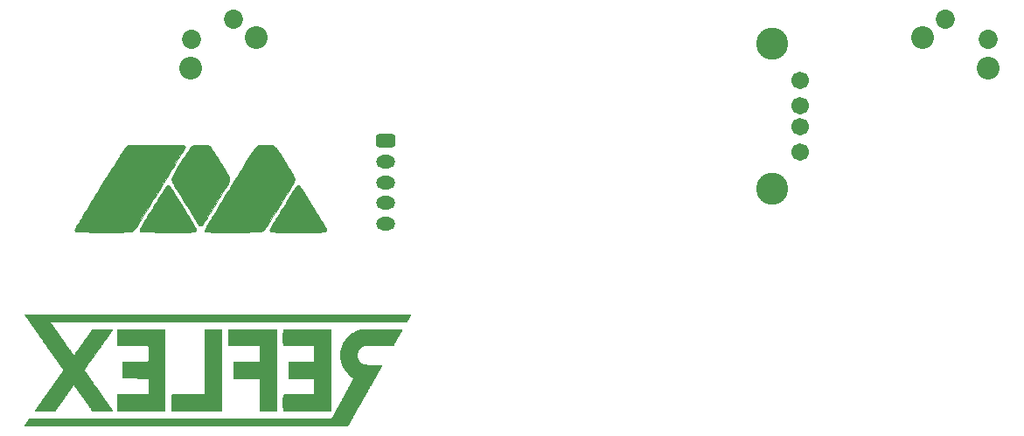
<source format=gbr>
%TF.GenerationSoftware,KiCad,Pcbnew,8.0.0*%
%TF.CreationDate,2024-02-23T16:44:12-07:00*%
%TF.ProjectId,saturn_controller_pcb,73617475-726e-45f6-936f-6e74726f6c6c,4a*%
%TF.SameCoordinates,Original*%
%TF.FileFunction,Soldermask,Bot*%
%TF.FilePolarity,Negative*%
%FSLAX46Y46*%
G04 Gerber Fmt 4.6, Leading zero omitted, Abs format (unit mm)*
G04 Created by KiCad (PCBNEW 8.0.0) date 2024-02-23 16:44:12*
%MOMM*%
%LPD*%
G01*
G04 APERTURE LIST*
G04 Aperture macros list*
%AMRoundRect*
0 Rectangle with rounded corners*
0 $1 Rounding radius*
0 $2 $3 $4 $5 $6 $7 $8 $9 X,Y pos of 4 corners*
0 Add a 4 corners polygon primitive as box body*
4,1,4,$2,$3,$4,$5,$6,$7,$8,$9,$2,$3,0*
0 Add four circle primitives for the rounded corners*
1,1,$1+$1,$2,$3*
1,1,$1+$1,$4,$5*
1,1,$1+$1,$6,$7*
1,1,$1+$1,$8,$9*
0 Add four rect primitives between the rounded corners*
20,1,$1+$1,$2,$3,$4,$5,0*
20,1,$1+$1,$4,$5,$6,$7,0*
20,1,$1+$1,$6,$7,$8,$9,0*
20,1,$1+$1,$8,$9,$2,$3,0*%
G04 Aperture macros list end*
%ADD10C,0.010000*%
%ADD11C,1.701600*%
%ADD12C,3.101600*%
%ADD13C,2.201600*%
%ADD14C,1.851600*%
%ADD15RoundRect,0.271167X-0.654633X0.379633X-0.654633X-0.379633X0.654633X-0.379633X0.654633X0.379633X0*%
%ADD16O,1.851600X1.301600*%
G04 APERTURE END LIST*
D10*
%TO.C,Ref\u002A\u002A*%
X105849838Y-92132138D02*
X105867100Y-92149345D01*
X105895162Y-92185153D01*
X105934879Y-92240979D01*
X105987185Y-92318294D01*
X106053016Y-92418570D01*
X106133305Y-92543278D01*
X106228989Y-92693890D01*
X106341001Y-92871878D01*
X106470278Y-93078714D01*
X106617753Y-93315868D01*
X106784362Y-93584813D01*
X106971039Y-93887020D01*
X107178720Y-94223961D01*
X107233050Y-94312222D01*
X107397137Y-94579232D01*
X107554761Y-94836390D01*
X107704486Y-95081320D01*
X107844875Y-95311643D01*
X107974492Y-95524982D01*
X108091898Y-95718960D01*
X108195658Y-95891199D01*
X108284334Y-96039322D01*
X108356490Y-96160951D01*
X108410688Y-96253708D01*
X108445493Y-96315218D01*
X108459467Y-96343101D01*
X108463906Y-96359945D01*
X108464920Y-96447787D01*
X108426568Y-96521980D01*
X108350430Y-96579108D01*
X108338237Y-96584406D01*
X108321677Y-96589383D01*
X108299015Y-96593797D01*
X108267986Y-96597675D01*
X108226326Y-96601045D01*
X108171771Y-96603933D01*
X108102055Y-96606367D01*
X108014916Y-96608373D01*
X107908088Y-96609978D01*
X107779306Y-96611211D01*
X107626307Y-96612096D01*
X107446826Y-96612662D01*
X107238598Y-96612935D01*
X106999359Y-96612943D01*
X106726845Y-96612712D01*
X106418791Y-96612270D01*
X106072933Y-96611643D01*
X105687006Y-96610858D01*
X103097642Y-96605419D01*
X103035881Y-96536293D01*
X103007103Y-96499381D01*
X102978357Y-96428725D01*
X102983663Y-96350146D01*
X103022590Y-96254464D01*
X103023437Y-96252845D01*
X103047717Y-96209905D01*
X103091817Y-96135261D01*
X103153989Y-96031739D01*
X103232484Y-95902161D01*
X103325555Y-95749352D01*
X103431452Y-95576137D01*
X103548426Y-95385340D01*
X103674731Y-95179785D01*
X103808615Y-94962296D01*
X103948333Y-94735698D01*
X104092133Y-94502815D01*
X104238269Y-94266472D01*
X104384992Y-94029492D01*
X104530552Y-93794700D01*
X104673203Y-93564920D01*
X104811194Y-93342977D01*
X104942777Y-93131695D01*
X105066204Y-92933897D01*
X105179727Y-92752409D01*
X105281596Y-92590055D01*
X105370064Y-92449659D01*
X105443381Y-92334045D01*
X105499799Y-92246038D01*
X105537570Y-92188462D01*
X105554945Y-92164141D01*
X105585948Y-92136938D01*
X105671280Y-92096573D01*
X105762288Y-92094642D01*
X105849838Y-92132138D01*
G36*
X105849838Y-92132138D02*
G01*
X105867100Y-92149345D01*
X105895162Y-92185153D01*
X105934879Y-92240979D01*
X105987185Y-92318294D01*
X106053016Y-92418570D01*
X106133305Y-92543278D01*
X106228989Y-92693890D01*
X106341001Y-92871878D01*
X106470278Y-93078714D01*
X106617753Y-93315868D01*
X106784362Y-93584813D01*
X106971039Y-93887020D01*
X107178720Y-94223961D01*
X107233050Y-94312222D01*
X107397137Y-94579232D01*
X107554761Y-94836390D01*
X107704486Y-95081320D01*
X107844875Y-95311643D01*
X107974492Y-95524982D01*
X108091898Y-95718960D01*
X108195658Y-95891199D01*
X108284334Y-96039322D01*
X108356490Y-96160951D01*
X108410688Y-96253708D01*
X108445493Y-96315218D01*
X108459467Y-96343101D01*
X108463906Y-96359945D01*
X108464920Y-96447787D01*
X108426568Y-96521980D01*
X108350430Y-96579108D01*
X108338237Y-96584406D01*
X108321677Y-96589383D01*
X108299015Y-96593797D01*
X108267986Y-96597675D01*
X108226326Y-96601045D01*
X108171771Y-96603933D01*
X108102055Y-96606367D01*
X108014916Y-96608373D01*
X107908088Y-96609978D01*
X107779306Y-96611211D01*
X107626307Y-96612096D01*
X107446826Y-96612662D01*
X107238598Y-96612935D01*
X106999359Y-96612943D01*
X106726845Y-96612712D01*
X106418791Y-96612270D01*
X106072933Y-96611643D01*
X105687006Y-96610858D01*
X103097642Y-96605419D01*
X103035881Y-96536293D01*
X103007103Y-96499381D01*
X102978357Y-96428725D01*
X102983663Y-96350146D01*
X103022590Y-96254464D01*
X103023437Y-96252845D01*
X103047717Y-96209905D01*
X103091817Y-96135261D01*
X103153989Y-96031739D01*
X103232484Y-95902161D01*
X103325555Y-95749352D01*
X103431452Y-95576137D01*
X103548426Y-95385340D01*
X103674731Y-95179785D01*
X103808615Y-94962296D01*
X103948333Y-94735698D01*
X104092133Y-94502815D01*
X104238269Y-94266472D01*
X104384992Y-94029492D01*
X104530552Y-93794700D01*
X104673203Y-93564920D01*
X104811194Y-93342977D01*
X104942777Y-93131695D01*
X105066204Y-92933897D01*
X105179727Y-92752409D01*
X105281596Y-92590055D01*
X105370064Y-92449659D01*
X105443381Y-92334045D01*
X105499799Y-92246038D01*
X105537570Y-92188462D01*
X105554945Y-92164141D01*
X105585948Y-92136938D01*
X105671280Y-92096573D01*
X105762288Y-92094642D01*
X105849838Y-92132138D01*
G37*
X118413946Y-92112460D02*
X118496106Y-92177801D01*
X118503494Y-92187146D01*
X118534598Y-92232286D01*
X118584909Y-92309145D01*
X118652694Y-92414902D01*
X118736222Y-92546741D01*
X118833760Y-92701840D01*
X118943576Y-92877382D01*
X119063936Y-93070547D01*
X119193108Y-93278516D01*
X119329361Y-93498470D01*
X119470961Y-93727591D01*
X119616176Y-93963058D01*
X119763273Y-94202053D01*
X119910521Y-94441757D01*
X120056186Y-94679351D01*
X120198536Y-94912016D01*
X120335838Y-95136933D01*
X120466361Y-95351282D01*
X120588371Y-95552245D01*
X120700136Y-95737003D01*
X120799924Y-95902736D01*
X120886002Y-96046626D01*
X120956638Y-96165853D01*
X121010099Y-96257599D01*
X121044653Y-96319044D01*
X121058566Y-96347369D01*
X121062719Y-96364265D01*
X121062843Y-96450522D01*
X121023383Y-96521977D01*
X120944192Y-96578927D01*
X120935306Y-96582930D01*
X120919555Y-96588074D01*
X120897988Y-96592658D01*
X120868323Y-96596711D01*
X120828277Y-96600268D01*
X120775567Y-96603361D01*
X120707913Y-96606021D01*
X120623030Y-96608280D01*
X120518637Y-96610172D01*
X120392452Y-96611728D01*
X120242192Y-96612981D01*
X120065575Y-96613963D01*
X119860319Y-96614706D01*
X119624141Y-96615243D01*
X119354759Y-96615605D01*
X119049891Y-96615825D01*
X118707254Y-96615936D01*
X118324566Y-96615969D01*
X118241366Y-96615971D01*
X117860214Y-96616000D01*
X117518699Y-96615987D01*
X117214585Y-96615837D01*
X116945634Y-96615456D01*
X116709609Y-96614751D01*
X116504272Y-96613626D01*
X116327387Y-96611987D01*
X116176715Y-96609739D01*
X116050020Y-96606789D01*
X115945065Y-96603041D01*
X115859611Y-96598401D01*
X115791423Y-96592776D01*
X115738262Y-96586070D01*
X115697892Y-96578189D01*
X115668075Y-96569039D01*
X115646573Y-96558525D01*
X115631150Y-96546553D01*
X115619569Y-96533028D01*
X115609591Y-96517856D01*
X115598981Y-96500943D01*
X115577503Y-96454070D01*
X115575029Y-96370991D01*
X115580684Y-96356979D01*
X115606791Y-96307450D01*
X115652462Y-96226600D01*
X115715981Y-96117230D01*
X115795630Y-95982142D01*
X115889692Y-95824138D01*
X115996448Y-95646019D01*
X116114183Y-95450587D01*
X116241177Y-95240643D01*
X116375714Y-95018989D01*
X116516076Y-94788428D01*
X116660546Y-94551760D01*
X116807407Y-94311787D01*
X116954940Y-94071310D01*
X117101428Y-93833133D01*
X117245155Y-93600055D01*
X117384402Y-93374880D01*
X117517451Y-93160407D01*
X117642587Y-92959440D01*
X117758090Y-92774780D01*
X117862244Y-92609228D01*
X117953331Y-92465587D01*
X118029634Y-92346657D01*
X118089435Y-92255240D01*
X118131017Y-92194139D01*
X118152662Y-92166154D01*
X118238612Y-92107033D01*
X118327086Y-92088836D01*
X118413946Y-92112460D01*
G36*
X118413946Y-92112460D02*
G01*
X118496106Y-92177801D01*
X118503494Y-92187146D01*
X118534598Y-92232286D01*
X118584909Y-92309145D01*
X118652694Y-92414902D01*
X118736222Y-92546741D01*
X118833760Y-92701840D01*
X118943576Y-92877382D01*
X119063936Y-93070547D01*
X119193108Y-93278516D01*
X119329361Y-93498470D01*
X119470961Y-93727591D01*
X119616176Y-93963058D01*
X119763273Y-94202053D01*
X119910521Y-94441757D01*
X120056186Y-94679351D01*
X120198536Y-94912016D01*
X120335838Y-95136933D01*
X120466361Y-95351282D01*
X120588371Y-95552245D01*
X120700136Y-95737003D01*
X120799924Y-95902736D01*
X120886002Y-96046626D01*
X120956638Y-96165853D01*
X121010099Y-96257599D01*
X121044653Y-96319044D01*
X121058566Y-96347369D01*
X121062719Y-96364265D01*
X121062843Y-96450522D01*
X121023383Y-96521977D01*
X120944192Y-96578927D01*
X120935306Y-96582930D01*
X120919555Y-96588074D01*
X120897988Y-96592658D01*
X120868323Y-96596711D01*
X120828277Y-96600268D01*
X120775567Y-96603361D01*
X120707913Y-96606021D01*
X120623030Y-96608280D01*
X120518637Y-96610172D01*
X120392452Y-96611728D01*
X120242192Y-96612981D01*
X120065575Y-96613963D01*
X119860319Y-96614706D01*
X119624141Y-96615243D01*
X119354759Y-96615605D01*
X119049891Y-96615825D01*
X118707254Y-96615936D01*
X118324566Y-96615969D01*
X118241366Y-96615971D01*
X117860214Y-96616000D01*
X117518699Y-96615987D01*
X117214585Y-96615837D01*
X116945634Y-96615456D01*
X116709609Y-96614751D01*
X116504272Y-96613626D01*
X116327387Y-96611987D01*
X116176715Y-96609739D01*
X116050020Y-96606789D01*
X115945065Y-96603041D01*
X115859611Y-96598401D01*
X115791423Y-96592776D01*
X115738262Y-96586070D01*
X115697892Y-96578189D01*
X115668075Y-96569039D01*
X115646573Y-96558525D01*
X115631150Y-96546553D01*
X115619569Y-96533028D01*
X115609591Y-96517856D01*
X115598981Y-96500943D01*
X115577503Y-96454070D01*
X115575029Y-96370991D01*
X115580684Y-96356979D01*
X115606791Y-96307450D01*
X115652462Y-96226600D01*
X115715981Y-96117230D01*
X115795630Y-95982142D01*
X115889692Y-95824138D01*
X115996448Y-95646019D01*
X116114183Y-95450587D01*
X116241177Y-95240643D01*
X116375714Y-95018989D01*
X116516076Y-94788428D01*
X116660546Y-94551760D01*
X116807407Y-94311787D01*
X116954940Y-94071310D01*
X117101428Y-93833133D01*
X117245155Y-93600055D01*
X117384402Y-93374880D01*
X117517451Y-93160407D01*
X117642587Y-92959440D01*
X117758090Y-92774780D01*
X117862244Y-92609228D01*
X117953331Y-92465587D01*
X118029634Y-92346657D01*
X118089435Y-92255240D01*
X118131017Y-92194139D01*
X118152662Y-92166154D01*
X118238612Y-92107033D01*
X118327086Y-92088836D01*
X118413946Y-92112460D01*
G37*
X103887748Y-88150486D02*
X104236023Y-88150694D01*
X104624276Y-88150962D01*
X104700863Y-88151015D01*
X105099931Y-88151427D01*
X105458634Y-88152051D01*
X105778639Y-88152904D01*
X106061615Y-88154003D01*
X106309227Y-88155366D01*
X106523143Y-88157010D01*
X106705029Y-88158952D01*
X106856554Y-88161210D01*
X106979383Y-88163800D01*
X107075185Y-88166740D01*
X107145625Y-88170047D01*
X107192372Y-88173739D01*
X107217092Y-88177833D01*
X107264111Y-88197094D01*
X107331571Y-88253688D01*
X107365288Y-88330247D01*
X107361204Y-88419958D01*
X107357281Y-88428129D01*
X107333530Y-88470025D01*
X107289442Y-88544863D01*
X107226254Y-88650629D01*
X107145200Y-88785310D01*
X107047518Y-88946892D01*
X106934443Y-89133361D01*
X106807211Y-89342704D01*
X106667058Y-89572906D01*
X106515221Y-89821955D01*
X106352934Y-90087836D01*
X106181434Y-90368536D01*
X106001958Y-90662041D01*
X105815740Y-90966338D01*
X105624018Y-91279412D01*
X105428026Y-91599250D01*
X105229001Y-91923839D01*
X105028179Y-92251164D01*
X104826796Y-92579213D01*
X104626088Y-92905970D01*
X104427290Y-93229424D01*
X104231640Y-93547559D01*
X104040372Y-93858362D01*
X103854723Y-94159820D01*
X103675928Y-94449919D01*
X103505225Y-94726645D01*
X103343848Y-94987984D01*
X103193033Y-95231924D01*
X103054017Y-95456449D01*
X102928036Y-95659547D01*
X102816326Y-95839203D01*
X102720122Y-95993405D01*
X102640660Y-96120138D01*
X102579177Y-96217388D01*
X102536909Y-96283143D01*
X102515090Y-96315388D01*
X102445872Y-96386840D01*
X102345906Y-96460975D01*
X102230673Y-96526352D01*
X102113571Y-96574333D01*
X102107878Y-96576128D01*
X102087675Y-96581846D01*
X102064535Y-96586950D01*
X102036139Y-96591470D01*
X102000172Y-96595435D01*
X101954315Y-96598877D01*
X101896250Y-96601825D01*
X101823661Y-96604309D01*
X101734231Y-96606360D01*
X101625641Y-96608008D01*
X101495574Y-96609284D01*
X101341713Y-96610217D01*
X101161741Y-96610838D01*
X100953340Y-96611177D01*
X100714193Y-96611264D01*
X100441982Y-96611130D01*
X100134390Y-96610804D01*
X99789100Y-96610318D01*
X99403794Y-96609701D01*
X96817717Y-96605419D01*
X96757960Y-96560955D01*
X96707733Y-96499295D01*
X96688013Y-96416012D01*
X96699715Y-96319510D01*
X96743181Y-96217768D01*
X96755816Y-96196843D01*
X96790376Y-96140259D01*
X96845194Y-96050804D01*
X96919212Y-95930194D01*
X97011374Y-95780147D01*
X97120624Y-95602380D01*
X97245906Y-95398610D01*
X97386162Y-95170555D01*
X97540337Y-94919933D01*
X97707373Y-94648459D01*
X97886215Y-94357853D01*
X98075807Y-94049830D01*
X98275091Y-93726109D01*
X98483011Y-93388407D01*
X98698510Y-93038441D01*
X98920533Y-92677928D01*
X99148023Y-92308585D01*
X99393907Y-91909628D01*
X99641081Y-91509051D01*
X99877186Y-91126906D01*
X100101433Y-90764454D01*
X100313035Y-90422959D01*
X100511203Y-90103682D01*
X100695150Y-89807887D01*
X100864088Y-89536835D01*
X101017228Y-89291790D01*
X101153784Y-89074013D01*
X101272966Y-88884768D01*
X101373987Y-88725317D01*
X101456060Y-88596921D01*
X101518395Y-88500845D01*
X101560206Y-88438350D01*
X101580704Y-88410699D01*
X101613592Y-88379572D01*
X101691269Y-88317245D01*
X101766287Y-88268521D01*
X101768283Y-88267433D01*
X101799956Y-88249993D01*
X101829186Y-88234357D01*
X101858332Y-88220429D01*
X101889748Y-88208111D01*
X101925793Y-88197307D01*
X101968822Y-88187920D01*
X102021191Y-88179852D01*
X102085258Y-88173007D01*
X102163380Y-88167288D01*
X102257912Y-88162598D01*
X102371211Y-88158840D01*
X102505635Y-88155917D01*
X102663539Y-88153732D01*
X102847280Y-88152188D01*
X103059215Y-88151188D01*
X103301700Y-88150636D01*
X103577092Y-88150434D01*
X103887748Y-88150486D01*
G36*
X103887748Y-88150486D02*
G01*
X104236023Y-88150694D01*
X104624276Y-88150962D01*
X104700863Y-88151015D01*
X105099931Y-88151427D01*
X105458634Y-88152051D01*
X105778639Y-88152904D01*
X106061615Y-88154003D01*
X106309227Y-88155366D01*
X106523143Y-88157010D01*
X106705029Y-88158952D01*
X106856554Y-88161210D01*
X106979383Y-88163800D01*
X107075185Y-88166740D01*
X107145625Y-88170047D01*
X107192372Y-88173739D01*
X107217092Y-88177833D01*
X107264111Y-88197094D01*
X107331571Y-88253688D01*
X107365288Y-88330247D01*
X107361204Y-88419958D01*
X107357281Y-88428129D01*
X107333530Y-88470025D01*
X107289442Y-88544863D01*
X107226254Y-88650629D01*
X107145200Y-88785310D01*
X107047518Y-88946892D01*
X106934443Y-89133361D01*
X106807211Y-89342704D01*
X106667058Y-89572906D01*
X106515221Y-89821955D01*
X106352934Y-90087836D01*
X106181434Y-90368536D01*
X106001958Y-90662041D01*
X105815740Y-90966338D01*
X105624018Y-91279412D01*
X105428026Y-91599250D01*
X105229001Y-91923839D01*
X105028179Y-92251164D01*
X104826796Y-92579213D01*
X104626088Y-92905970D01*
X104427290Y-93229424D01*
X104231640Y-93547559D01*
X104040372Y-93858362D01*
X103854723Y-94159820D01*
X103675928Y-94449919D01*
X103505225Y-94726645D01*
X103343848Y-94987984D01*
X103193033Y-95231924D01*
X103054017Y-95456449D01*
X102928036Y-95659547D01*
X102816326Y-95839203D01*
X102720122Y-95993405D01*
X102640660Y-96120138D01*
X102579177Y-96217388D01*
X102536909Y-96283143D01*
X102515090Y-96315388D01*
X102445872Y-96386840D01*
X102345906Y-96460975D01*
X102230673Y-96526352D01*
X102113571Y-96574333D01*
X102107878Y-96576128D01*
X102087675Y-96581846D01*
X102064535Y-96586950D01*
X102036139Y-96591470D01*
X102000172Y-96595435D01*
X101954315Y-96598877D01*
X101896250Y-96601825D01*
X101823661Y-96604309D01*
X101734231Y-96606360D01*
X101625641Y-96608008D01*
X101495574Y-96609284D01*
X101341713Y-96610217D01*
X101161741Y-96610838D01*
X100953340Y-96611177D01*
X100714193Y-96611264D01*
X100441982Y-96611130D01*
X100134390Y-96610804D01*
X99789100Y-96610318D01*
X99403794Y-96609701D01*
X96817717Y-96605419D01*
X96757960Y-96560955D01*
X96707733Y-96499295D01*
X96688013Y-96416012D01*
X96699715Y-96319510D01*
X96743181Y-96217768D01*
X96755816Y-96196843D01*
X96790376Y-96140259D01*
X96845194Y-96050804D01*
X96919212Y-95930194D01*
X97011374Y-95780147D01*
X97120624Y-95602380D01*
X97245906Y-95398610D01*
X97386162Y-95170555D01*
X97540337Y-94919933D01*
X97707373Y-94648459D01*
X97886215Y-94357853D01*
X98075807Y-94049830D01*
X98275091Y-93726109D01*
X98483011Y-93388407D01*
X98698510Y-93038441D01*
X98920533Y-92677928D01*
X99148023Y-92308585D01*
X99393907Y-91909628D01*
X99641081Y-91509051D01*
X99877186Y-91126906D01*
X100101433Y-90764454D01*
X100313035Y-90422959D01*
X100511203Y-90103682D01*
X100695150Y-89807887D01*
X100864088Y-89536835D01*
X101017228Y-89291790D01*
X101153784Y-89074013D01*
X101272966Y-88884768D01*
X101373987Y-88725317D01*
X101456060Y-88596921D01*
X101518395Y-88500845D01*
X101560206Y-88438350D01*
X101580704Y-88410699D01*
X101613592Y-88379572D01*
X101691269Y-88317245D01*
X101766287Y-88268521D01*
X101768283Y-88267433D01*
X101799956Y-88249993D01*
X101829186Y-88234357D01*
X101858332Y-88220429D01*
X101889748Y-88208111D01*
X101925793Y-88197307D01*
X101968822Y-88187920D01*
X102021191Y-88179852D01*
X102085258Y-88173007D01*
X102163380Y-88167288D01*
X102257912Y-88162598D01*
X102371211Y-88158840D01*
X102505635Y-88155917D01*
X102663539Y-88153732D01*
X102847280Y-88152188D01*
X103059215Y-88151188D01*
X103301700Y-88150636D01*
X103577092Y-88150434D01*
X103887748Y-88150486D01*
G37*
X109206634Y-88154701D02*
X109321517Y-88161962D01*
X109416051Y-88174239D01*
X109496454Y-88192217D01*
X109568948Y-88216578D01*
X109639752Y-88248006D01*
X109667630Y-88261977D01*
X109707723Y-88284220D01*
X109746235Y-88309705D01*
X109784980Y-88340963D01*
X109825777Y-88380524D01*
X109870441Y-88430922D01*
X109920788Y-88494686D01*
X109978636Y-88574348D01*
X110045801Y-88672440D01*
X110124100Y-88791492D01*
X110215349Y-88934035D01*
X110321364Y-89102602D01*
X110443962Y-89299723D01*
X110584960Y-89527929D01*
X110746173Y-89789752D01*
X110846445Y-89952849D01*
X110974732Y-90161818D01*
X111096095Y-90359845D01*
X111208622Y-90543792D01*
X111310401Y-90710524D01*
X111399520Y-90856903D01*
X111474069Y-90979794D01*
X111532135Y-91076059D01*
X111571806Y-91142563D01*
X111591172Y-91176169D01*
X111607837Y-91209595D01*
X111625502Y-91257720D01*
X111635829Y-91313383D01*
X111640668Y-91388171D01*
X111641870Y-91493669D01*
X111641565Y-91552647D01*
X111638538Y-91642105D01*
X111630863Y-91706315D01*
X111616825Y-91756559D01*
X111594711Y-91804120D01*
X111593569Y-91806244D01*
X111564919Y-91856615D01*
X111516803Y-91938015D01*
X111450957Y-92047650D01*
X111369115Y-92182722D01*
X111273010Y-92340437D01*
X111164378Y-92517998D01*
X111044953Y-92712609D01*
X110916468Y-92921476D01*
X110780659Y-93141800D01*
X110639259Y-93370788D01*
X110494003Y-93605643D01*
X110346625Y-93843569D01*
X110198859Y-94081770D01*
X110052441Y-94317451D01*
X109909103Y-94547815D01*
X109770581Y-94770067D01*
X109638608Y-94981410D01*
X109514919Y-95179050D01*
X109401248Y-95360190D01*
X109299330Y-95522033D01*
X109210899Y-95661786D01*
X109137689Y-95776650D01*
X109081435Y-95863831D01*
X109043870Y-95920533D01*
X109026729Y-95943960D01*
X109024374Y-95946103D01*
X108943185Y-95992443D01*
X108849964Y-96000812D01*
X108752669Y-95970443D01*
X108745334Y-95966683D01*
X108736219Y-95961476D01*
X108726435Y-95954208D01*
X108714850Y-95943091D01*
X108700330Y-95926336D01*
X108681740Y-95902155D01*
X108657947Y-95868759D01*
X108627818Y-95824360D01*
X108590219Y-95767169D01*
X108544017Y-95695399D01*
X108488077Y-95607260D01*
X108421266Y-95500964D01*
X108342451Y-95374723D01*
X108250498Y-95226749D01*
X108144273Y-95055252D01*
X108022643Y-94858445D01*
X107884474Y-94634539D01*
X107728632Y-94381745D01*
X107553984Y-94098276D01*
X107359397Y-93782343D01*
X107143735Y-93432157D01*
X107059011Y-93294567D01*
X106891784Y-93022771D01*
X106744884Y-92783459D01*
X106616996Y-92574221D01*
X106506802Y-92392645D01*
X106412988Y-92236319D01*
X106334236Y-92102833D01*
X106269231Y-91989774D01*
X106216656Y-91894733D01*
X106175196Y-91815298D01*
X106143534Y-91749057D01*
X106120355Y-91693599D01*
X106104341Y-91646514D01*
X106094176Y-91605389D01*
X106088546Y-91567814D01*
X106086132Y-91531378D01*
X106085620Y-91493669D01*
X106085621Y-91492785D01*
X106086304Y-91451685D01*
X106089274Y-91412009D01*
X106095958Y-91371083D01*
X106107785Y-91326237D01*
X106126186Y-91274797D01*
X106152588Y-91214092D01*
X106188422Y-91141448D01*
X106235115Y-91054195D01*
X106294098Y-90949659D01*
X106366799Y-90825169D01*
X106454647Y-90678052D01*
X106559072Y-90505636D01*
X106681502Y-90305249D01*
X106823366Y-90074217D01*
X106986095Y-89809870D01*
X107096131Y-89631300D01*
X107240492Y-89397370D01*
X107365571Y-89195293D01*
X107473033Y-89022532D01*
X107564546Y-88876547D01*
X107641775Y-88754802D01*
X107706387Y-88654759D01*
X107760048Y-88573878D01*
X107804426Y-88509623D01*
X107841186Y-88459454D01*
X107871996Y-88420834D01*
X107898521Y-88391226D01*
X107922428Y-88368090D01*
X107945383Y-88348889D01*
X107968870Y-88330631D01*
X108038773Y-88279786D01*
X108104593Y-88240239D01*
X108172960Y-88210453D01*
X108250505Y-88188889D01*
X108343859Y-88174008D01*
X108459651Y-88164274D01*
X108604513Y-88158146D01*
X108785074Y-88154088D01*
X108890933Y-88152493D01*
X109065179Y-88151772D01*
X109206634Y-88154701D01*
G36*
X109206634Y-88154701D02*
G01*
X109321517Y-88161962D01*
X109416051Y-88174239D01*
X109496454Y-88192217D01*
X109568948Y-88216578D01*
X109639752Y-88248006D01*
X109667630Y-88261977D01*
X109707723Y-88284220D01*
X109746235Y-88309705D01*
X109784980Y-88340963D01*
X109825777Y-88380524D01*
X109870441Y-88430922D01*
X109920788Y-88494686D01*
X109978636Y-88574348D01*
X110045801Y-88672440D01*
X110124100Y-88791492D01*
X110215349Y-88934035D01*
X110321364Y-89102602D01*
X110443962Y-89299723D01*
X110584960Y-89527929D01*
X110746173Y-89789752D01*
X110846445Y-89952849D01*
X110974732Y-90161818D01*
X111096095Y-90359845D01*
X111208622Y-90543792D01*
X111310401Y-90710524D01*
X111399520Y-90856903D01*
X111474069Y-90979794D01*
X111532135Y-91076059D01*
X111571806Y-91142563D01*
X111591172Y-91176169D01*
X111607837Y-91209595D01*
X111625502Y-91257720D01*
X111635829Y-91313383D01*
X111640668Y-91388171D01*
X111641870Y-91493669D01*
X111641565Y-91552647D01*
X111638538Y-91642105D01*
X111630863Y-91706315D01*
X111616825Y-91756559D01*
X111594711Y-91804120D01*
X111593569Y-91806244D01*
X111564919Y-91856615D01*
X111516803Y-91938015D01*
X111450957Y-92047650D01*
X111369115Y-92182722D01*
X111273010Y-92340437D01*
X111164378Y-92517998D01*
X111044953Y-92712609D01*
X110916468Y-92921476D01*
X110780659Y-93141800D01*
X110639259Y-93370788D01*
X110494003Y-93605643D01*
X110346625Y-93843569D01*
X110198859Y-94081770D01*
X110052441Y-94317451D01*
X109909103Y-94547815D01*
X109770581Y-94770067D01*
X109638608Y-94981410D01*
X109514919Y-95179050D01*
X109401248Y-95360190D01*
X109299330Y-95522033D01*
X109210899Y-95661786D01*
X109137689Y-95776650D01*
X109081435Y-95863831D01*
X109043870Y-95920533D01*
X109026729Y-95943960D01*
X109024374Y-95946103D01*
X108943185Y-95992443D01*
X108849964Y-96000812D01*
X108752669Y-95970443D01*
X108745334Y-95966683D01*
X108736219Y-95961476D01*
X108726435Y-95954208D01*
X108714850Y-95943091D01*
X108700330Y-95926336D01*
X108681740Y-95902155D01*
X108657947Y-95868759D01*
X108627818Y-95824360D01*
X108590219Y-95767169D01*
X108544017Y-95695399D01*
X108488077Y-95607260D01*
X108421266Y-95500964D01*
X108342451Y-95374723D01*
X108250498Y-95226749D01*
X108144273Y-95055252D01*
X108022643Y-94858445D01*
X107884474Y-94634539D01*
X107728632Y-94381745D01*
X107553984Y-94098276D01*
X107359397Y-93782343D01*
X107143735Y-93432157D01*
X107059011Y-93294567D01*
X106891784Y-93022771D01*
X106744884Y-92783459D01*
X106616996Y-92574221D01*
X106506802Y-92392645D01*
X106412988Y-92236319D01*
X106334236Y-92102833D01*
X106269231Y-91989774D01*
X106216656Y-91894733D01*
X106175196Y-91815298D01*
X106143534Y-91749057D01*
X106120355Y-91693599D01*
X106104341Y-91646514D01*
X106094176Y-91605389D01*
X106088546Y-91567814D01*
X106086132Y-91531378D01*
X106085620Y-91493669D01*
X106085621Y-91492785D01*
X106086304Y-91451685D01*
X106089274Y-91412009D01*
X106095958Y-91371083D01*
X106107785Y-91326237D01*
X106126186Y-91274797D01*
X106152588Y-91214092D01*
X106188422Y-91141448D01*
X106235115Y-91054195D01*
X106294098Y-90949659D01*
X106366799Y-90825169D01*
X106454647Y-90678052D01*
X106559072Y-90505636D01*
X106681502Y-90305249D01*
X106823366Y-90074217D01*
X106986095Y-89809870D01*
X107096131Y-89631300D01*
X107240492Y-89397370D01*
X107365571Y-89195293D01*
X107473033Y-89022532D01*
X107564546Y-88876547D01*
X107641775Y-88754802D01*
X107706387Y-88654759D01*
X107760048Y-88573878D01*
X107804426Y-88509623D01*
X107841186Y-88459454D01*
X107871996Y-88420834D01*
X107898521Y-88391226D01*
X107922428Y-88368090D01*
X107945383Y-88348889D01*
X107968870Y-88330631D01*
X108038773Y-88279786D01*
X108104593Y-88240239D01*
X108172960Y-88210453D01*
X108250505Y-88188889D01*
X108343859Y-88174008D01*
X108459651Y-88164274D01*
X108604513Y-88158146D01*
X108785074Y-88154088D01*
X108890933Y-88152493D01*
X109065179Y-88151772D01*
X109206634Y-88154701D01*
G37*
X115301192Y-88150845D02*
X115439107Y-88153654D01*
X115560789Y-88158322D01*
X115657550Y-88164828D01*
X115720704Y-88173153D01*
X115782091Y-88189067D01*
X115920331Y-88242767D01*
X116050644Y-88315282D01*
X116155833Y-88397734D01*
X116164472Y-88407506D01*
X116199540Y-88455106D01*
X116254373Y-88535633D01*
X116327493Y-88646770D01*
X116417421Y-88786200D01*
X116522679Y-88951605D01*
X116641789Y-89140669D01*
X116773272Y-89351074D01*
X116915650Y-89580504D01*
X117067445Y-89826641D01*
X117191973Y-90029263D01*
X117338156Y-90267634D01*
X117464558Y-90474719D01*
X117572612Y-90653196D01*
X117663751Y-90805740D01*
X117739408Y-90935027D01*
X117801018Y-91043734D01*
X117850011Y-91134538D01*
X117887823Y-91210114D01*
X117915885Y-91273139D01*
X117935632Y-91326289D01*
X117948495Y-91372241D01*
X117955909Y-91413671D01*
X117959307Y-91453254D01*
X117960120Y-91493669D01*
X117960075Y-91507091D01*
X117959227Y-91537867D01*
X117956428Y-91568771D01*
X117950554Y-91601799D01*
X117940480Y-91638947D01*
X117925081Y-91682211D01*
X117903231Y-91733584D01*
X117873806Y-91795064D01*
X117835680Y-91868644D01*
X117787730Y-91956321D01*
X117728829Y-92060090D01*
X117657853Y-92181946D01*
X117573677Y-92323885D01*
X117475175Y-92487902D01*
X117361224Y-92675992D01*
X117230697Y-92890150D01*
X117082471Y-93132373D01*
X116915419Y-93404654D01*
X116728417Y-93708991D01*
X116520340Y-94047377D01*
X116498526Y-94082844D01*
X116278940Y-94439526D01*
X116080362Y-94761406D01*
X115901972Y-95049783D01*
X115742948Y-95305956D01*
X115602470Y-95531223D01*
X115479715Y-95726885D01*
X115373863Y-95894240D01*
X115284092Y-96034586D01*
X115209581Y-96149224D01*
X115149508Y-96239453D01*
X115103053Y-96306570D01*
X115069394Y-96351876D01*
X115047709Y-96376670D01*
X114991315Y-96423811D01*
X114880622Y-96496965D01*
X114761638Y-96557470D01*
X114652164Y-96595478D01*
X114634554Y-96597005D01*
X114575729Y-96599059D01*
X114479196Y-96601057D01*
X114347625Y-96602980D01*
X114183686Y-96604809D01*
X113990052Y-96606527D01*
X113769393Y-96608113D01*
X113524379Y-96609549D01*
X113257683Y-96610818D01*
X112971974Y-96611899D01*
X112669923Y-96612775D01*
X112354203Y-96613427D01*
X112027482Y-96613835D01*
X112007172Y-96613852D01*
X111618354Y-96614193D01*
X111269541Y-96614457D01*
X110958515Y-96614562D01*
X110683057Y-96614422D01*
X110440948Y-96613953D01*
X110229971Y-96613069D01*
X110047906Y-96611685D01*
X109892535Y-96609718D01*
X109761641Y-96607082D01*
X109653003Y-96603693D01*
X109564404Y-96599465D01*
X109493625Y-96594315D01*
X109438449Y-96588156D01*
X109396655Y-96580905D01*
X109366026Y-96572476D01*
X109344343Y-96562786D01*
X109329388Y-96551748D01*
X109318943Y-96539278D01*
X109310788Y-96525292D01*
X109302706Y-96509705D01*
X109297961Y-96501157D01*
X109290494Y-96487866D01*
X109284302Y-96474522D01*
X109280222Y-96459683D01*
X109279090Y-96441910D01*
X109281740Y-96419763D01*
X109289010Y-96391800D01*
X109301735Y-96356581D01*
X109320751Y-96312667D01*
X109346893Y-96258616D01*
X109380998Y-96192989D01*
X109423902Y-96114346D01*
X109476440Y-96021245D01*
X109539449Y-95912246D01*
X109613764Y-95785910D01*
X109700222Y-95640796D01*
X109799657Y-95475463D01*
X109912907Y-95288472D01*
X110040806Y-95078382D01*
X110184191Y-94843752D01*
X110343898Y-94583142D01*
X110520762Y-94295112D01*
X110715621Y-93978222D01*
X110929308Y-93631032D01*
X111162661Y-93252100D01*
X111416515Y-92839987D01*
X111691706Y-92393252D01*
X111715445Y-92354715D01*
X111975908Y-91932153D01*
X112225736Y-91527322D01*
X112464165Y-91141447D01*
X112690431Y-90775754D01*
X112903769Y-90431467D01*
X113103414Y-90109812D01*
X113288603Y-89812013D01*
X113458571Y-89539295D01*
X113612554Y-89292884D01*
X113749787Y-89074005D01*
X113869506Y-88883882D01*
X113970947Y-88723740D01*
X114053345Y-88594806D01*
X114115935Y-88498302D01*
X114157955Y-88435456D01*
X114178638Y-88407491D01*
X114233317Y-88357913D01*
X114355354Y-88276262D01*
X114494473Y-88211036D01*
X114634551Y-88170614D01*
X114672182Y-88165397D01*
X114760951Y-88158606D01*
X114876924Y-88153776D01*
X115011413Y-88150886D01*
X115155732Y-88149916D01*
X115301192Y-88150845D01*
G36*
X115301192Y-88150845D02*
G01*
X115439107Y-88153654D01*
X115560789Y-88158322D01*
X115657550Y-88164828D01*
X115720704Y-88173153D01*
X115782091Y-88189067D01*
X115920331Y-88242767D01*
X116050644Y-88315282D01*
X116155833Y-88397734D01*
X116164472Y-88407506D01*
X116199540Y-88455106D01*
X116254373Y-88535633D01*
X116327493Y-88646770D01*
X116417421Y-88786200D01*
X116522679Y-88951605D01*
X116641789Y-89140669D01*
X116773272Y-89351074D01*
X116915650Y-89580504D01*
X117067445Y-89826641D01*
X117191973Y-90029263D01*
X117338156Y-90267634D01*
X117464558Y-90474719D01*
X117572612Y-90653196D01*
X117663751Y-90805740D01*
X117739408Y-90935027D01*
X117801018Y-91043734D01*
X117850011Y-91134538D01*
X117887823Y-91210114D01*
X117915885Y-91273139D01*
X117935632Y-91326289D01*
X117948495Y-91372241D01*
X117955909Y-91413671D01*
X117959307Y-91453254D01*
X117960120Y-91493669D01*
X117960075Y-91507091D01*
X117959227Y-91537867D01*
X117956428Y-91568771D01*
X117950554Y-91601799D01*
X117940480Y-91638947D01*
X117925081Y-91682211D01*
X117903231Y-91733584D01*
X117873806Y-91795064D01*
X117835680Y-91868644D01*
X117787730Y-91956321D01*
X117728829Y-92060090D01*
X117657853Y-92181946D01*
X117573677Y-92323885D01*
X117475175Y-92487902D01*
X117361224Y-92675992D01*
X117230697Y-92890150D01*
X117082471Y-93132373D01*
X116915419Y-93404654D01*
X116728417Y-93708991D01*
X116520340Y-94047377D01*
X116498526Y-94082844D01*
X116278940Y-94439526D01*
X116080362Y-94761406D01*
X115901972Y-95049783D01*
X115742948Y-95305956D01*
X115602470Y-95531223D01*
X115479715Y-95726885D01*
X115373863Y-95894240D01*
X115284092Y-96034586D01*
X115209581Y-96149224D01*
X115149508Y-96239453D01*
X115103053Y-96306570D01*
X115069394Y-96351876D01*
X115047709Y-96376670D01*
X114991315Y-96423811D01*
X114880622Y-96496965D01*
X114761638Y-96557470D01*
X114652164Y-96595478D01*
X114634554Y-96597005D01*
X114575729Y-96599059D01*
X114479196Y-96601057D01*
X114347625Y-96602980D01*
X114183686Y-96604809D01*
X113990052Y-96606527D01*
X113769393Y-96608113D01*
X113524379Y-96609549D01*
X113257683Y-96610818D01*
X112971974Y-96611899D01*
X112669923Y-96612775D01*
X112354203Y-96613427D01*
X112027482Y-96613835D01*
X112007172Y-96613852D01*
X111618354Y-96614193D01*
X111269541Y-96614457D01*
X110958515Y-96614562D01*
X110683057Y-96614422D01*
X110440948Y-96613953D01*
X110229971Y-96613069D01*
X110047906Y-96611685D01*
X109892535Y-96609718D01*
X109761641Y-96607082D01*
X109653003Y-96603693D01*
X109564404Y-96599465D01*
X109493625Y-96594315D01*
X109438449Y-96588156D01*
X109396655Y-96580905D01*
X109366026Y-96572476D01*
X109344343Y-96562786D01*
X109329388Y-96551748D01*
X109318943Y-96539278D01*
X109310788Y-96525292D01*
X109302706Y-96509705D01*
X109297961Y-96501157D01*
X109290494Y-96487866D01*
X109284302Y-96474522D01*
X109280222Y-96459683D01*
X109279090Y-96441910D01*
X109281740Y-96419763D01*
X109289010Y-96391800D01*
X109301735Y-96356581D01*
X109320751Y-96312667D01*
X109346893Y-96258616D01*
X109380998Y-96192989D01*
X109423902Y-96114346D01*
X109476440Y-96021245D01*
X109539449Y-95912246D01*
X109613764Y-95785910D01*
X109700222Y-95640796D01*
X109799657Y-95475463D01*
X109912907Y-95288472D01*
X110040806Y-95078382D01*
X110184191Y-94843752D01*
X110343898Y-94583142D01*
X110520762Y-94295112D01*
X110715621Y-93978222D01*
X110929308Y-93631032D01*
X111162661Y-93252100D01*
X111416515Y-92839987D01*
X111691706Y-92393252D01*
X111715445Y-92354715D01*
X111975908Y-91932153D01*
X112225736Y-91527322D01*
X112464165Y-91141447D01*
X112690431Y-90775754D01*
X112903769Y-90431467D01*
X113103414Y-90109812D01*
X113288603Y-89812013D01*
X113458571Y-89539295D01*
X113612554Y-89292884D01*
X113749787Y-89074005D01*
X113869506Y-88883882D01*
X113970947Y-88723740D01*
X114053345Y-88594806D01*
X114115935Y-88498302D01*
X114157955Y-88435456D01*
X114178638Y-88407491D01*
X114233317Y-88357913D01*
X114355354Y-88276262D01*
X114494473Y-88211036D01*
X114634551Y-88170614D01*
X114672182Y-88165397D01*
X114760951Y-88158606D01*
X114876924Y-88153776D01*
X115011413Y-88150886D01*
X115155732Y-88149916D01*
X115301192Y-88150845D01*
G37*
X116187520Y-113928693D02*
X115409645Y-113923141D01*
X114631770Y-113917588D01*
X114621187Y-112340672D01*
X114610604Y-110763755D01*
X113324729Y-110758299D01*
X112038854Y-110752844D01*
X112038854Y-109186838D01*
X113303562Y-109186514D01*
X113522674Y-109186202D01*
X113738904Y-109185369D01*
X113939192Y-109184066D01*
X114119767Y-109182345D01*
X114276859Y-109180256D01*
X114406698Y-109177848D01*
X114505514Y-109175174D01*
X114569537Y-109172282D01*
X114594997Y-109169224D01*
X114601014Y-109159578D01*
X114607015Y-109130873D01*
X114611583Y-109080366D01*
X114614812Y-109004637D01*
X114616792Y-108900265D01*
X114617617Y-108763830D01*
X114617376Y-108591912D01*
X114616164Y-108381090D01*
X114610604Y-107609922D01*
X113087766Y-107604489D01*
X112798649Y-107603321D01*
X112532293Y-107601906D01*
X112303658Y-107600256D01*
X112110374Y-107598323D01*
X111950072Y-107596056D01*
X111820383Y-107593409D01*
X111718938Y-107590331D01*
X111643368Y-107586774D01*
X111591304Y-107582688D01*
X111560376Y-107578026D01*
X111548215Y-107572739D01*
X111547528Y-107571049D01*
X111543726Y-107537845D01*
X111540396Y-107469246D01*
X111537557Y-107371185D01*
X111535226Y-107249598D01*
X111533420Y-107110419D01*
X111532157Y-106959582D01*
X111531454Y-106803021D01*
X111531330Y-106646671D01*
X111531800Y-106496466D01*
X111532884Y-106358340D01*
X111534599Y-106238228D01*
X111536962Y-106142065D01*
X111539990Y-106075784D01*
X111543702Y-106045319D01*
X111544454Y-106043850D01*
X111551078Y-106038731D01*
X111565459Y-106034182D01*
X111589900Y-106030170D01*
X111626707Y-106026663D01*
X111678186Y-106023626D01*
X111746641Y-106021028D01*
X111834378Y-106018835D01*
X111943702Y-106017013D01*
X112076917Y-106015529D01*
X112236330Y-106014351D01*
X112424245Y-106013445D01*
X112642967Y-106012778D01*
X112894803Y-106012317D01*
X113182055Y-106012029D01*
X113507031Y-106011880D01*
X113872035Y-106011838D01*
X116187520Y-106011838D01*
X116187520Y-113928693D01*
G36*
X116187520Y-113928693D02*
G01*
X115409645Y-113923141D01*
X114631770Y-113917588D01*
X114621187Y-112340672D01*
X114610604Y-110763755D01*
X113324729Y-110758299D01*
X112038854Y-110752844D01*
X112038854Y-109186838D01*
X113303562Y-109186514D01*
X113522674Y-109186202D01*
X113738904Y-109185369D01*
X113939192Y-109184066D01*
X114119767Y-109182345D01*
X114276859Y-109180256D01*
X114406698Y-109177848D01*
X114505514Y-109175174D01*
X114569537Y-109172282D01*
X114594997Y-109169224D01*
X114601014Y-109159578D01*
X114607015Y-109130873D01*
X114611583Y-109080366D01*
X114614812Y-109004637D01*
X114616792Y-108900265D01*
X114617617Y-108763830D01*
X114617376Y-108591912D01*
X114616164Y-108381090D01*
X114610604Y-107609922D01*
X113087766Y-107604489D01*
X112798649Y-107603321D01*
X112532293Y-107601906D01*
X112303658Y-107600256D01*
X112110374Y-107598323D01*
X111950072Y-107596056D01*
X111820383Y-107593409D01*
X111718938Y-107590331D01*
X111643368Y-107586774D01*
X111591304Y-107582688D01*
X111560376Y-107578026D01*
X111548215Y-107572739D01*
X111547528Y-107571049D01*
X111543726Y-107537845D01*
X111540396Y-107469246D01*
X111537557Y-107371185D01*
X111535226Y-107249598D01*
X111533420Y-107110419D01*
X111532157Y-106959582D01*
X111531454Y-106803021D01*
X111531330Y-106646671D01*
X111531800Y-106496466D01*
X111532884Y-106358340D01*
X111534599Y-106238228D01*
X111536962Y-106142065D01*
X111539990Y-106075784D01*
X111543702Y-106045319D01*
X111544454Y-106043850D01*
X111551078Y-106038731D01*
X111565459Y-106034182D01*
X111589900Y-106030170D01*
X111626707Y-106026663D01*
X111678186Y-106023626D01*
X111746641Y-106021028D01*
X111834378Y-106018835D01*
X111943702Y-106017013D01*
X112076917Y-106015529D01*
X112236330Y-106014351D01*
X112424245Y-106013445D01*
X112642967Y-106012778D01*
X112894803Y-106012317D01*
X113182055Y-106012029D01*
X113507031Y-106011880D01*
X113872035Y-106011838D01*
X116187520Y-106011838D01*
X116187520Y-113928693D01*
G37*
X110065062Y-106016869D02*
X110842937Y-106022422D01*
X110848368Y-109948838D01*
X110848789Y-110278711D01*
X110849198Y-110674519D01*
X110849490Y-111057386D01*
X110849667Y-111425211D01*
X110849732Y-111775895D01*
X110849687Y-112107339D01*
X110849535Y-112417444D01*
X110849278Y-112704110D01*
X110848919Y-112965237D01*
X110848459Y-113198728D01*
X110847902Y-113402481D01*
X110847250Y-113574397D01*
X110846505Y-113712378D01*
X110845671Y-113814324D01*
X110844748Y-113878136D01*
X110843740Y-113901713D01*
X110834453Y-113905922D01*
X110808263Y-113909736D01*
X110763235Y-113913120D01*
X110697410Y-113916095D01*
X110608831Y-113918684D01*
X110495539Y-113920907D01*
X110355577Y-113922787D01*
X110186987Y-113924347D01*
X109987811Y-113925606D01*
X109756091Y-113926588D01*
X109489869Y-113927313D01*
X109187188Y-113927805D01*
X108846090Y-113928083D01*
X108464616Y-113928172D01*
X108290151Y-113928163D01*
X107939371Y-113928079D01*
X107627600Y-113927876D01*
X107352561Y-113927523D01*
X107111973Y-113926988D01*
X106903559Y-113926239D01*
X106725040Y-113925243D01*
X106574136Y-113923969D01*
X106448569Y-113922384D01*
X106346060Y-113920457D01*
X106264331Y-113918156D01*
X106201101Y-113915448D01*
X106154094Y-113912302D01*
X106121029Y-113908685D01*
X106099627Y-113904565D01*
X106087611Y-113899911D01*
X106082702Y-113894690D01*
X106082582Y-113894354D01*
X106079269Y-113863539D01*
X106076467Y-113796628D01*
X106074176Y-113699654D01*
X106072395Y-113578650D01*
X106071126Y-113439648D01*
X106070368Y-113288681D01*
X106070121Y-113131783D01*
X106070385Y-112974985D01*
X106071160Y-112824321D01*
X106072447Y-112685824D01*
X106074244Y-112565525D01*
X106076552Y-112469459D01*
X106079371Y-112403657D01*
X106082702Y-112374153D01*
X106083905Y-112371883D01*
X106091819Y-112365848D01*
X106108478Y-112360636D01*
X106136683Y-112356187D01*
X106179231Y-112352441D01*
X106238921Y-112349341D01*
X106318554Y-112346827D01*
X106420927Y-112344840D01*
X106548839Y-112343320D01*
X106705090Y-112342209D01*
X106892478Y-112341448D01*
X107113803Y-112340977D01*
X107371863Y-112340738D01*
X107669457Y-112340672D01*
X107838085Y-112340665D01*
X108111507Y-112340590D01*
X108347057Y-112340372D01*
X108547609Y-112339937D01*
X108716034Y-112339210D01*
X108855205Y-112338119D01*
X108967995Y-112336590D01*
X109057276Y-112334548D01*
X109125920Y-112331921D01*
X109176800Y-112328634D01*
X109212788Y-112324614D01*
X109236758Y-112319788D01*
X109251580Y-112314080D01*
X109260129Y-112307419D01*
X109265276Y-112299730D01*
X109266758Y-112293466D01*
X109270061Y-112250935D01*
X109273067Y-112169244D01*
X109275776Y-112048104D01*
X109278193Y-111887226D01*
X109280317Y-111686322D01*
X109282152Y-111445104D01*
X109283699Y-111163284D01*
X109284960Y-110840572D01*
X109285937Y-110476682D01*
X109286633Y-110071324D01*
X109287049Y-109624210D01*
X109287187Y-109135052D01*
X109287187Y-106011317D01*
X110065062Y-106016869D01*
G36*
X110065062Y-106016869D02*
G01*
X110842937Y-106022422D01*
X110848368Y-109948838D01*
X110848789Y-110278711D01*
X110849198Y-110674519D01*
X110849490Y-111057386D01*
X110849667Y-111425211D01*
X110849732Y-111775895D01*
X110849687Y-112107339D01*
X110849535Y-112417444D01*
X110849278Y-112704110D01*
X110848919Y-112965237D01*
X110848459Y-113198728D01*
X110847902Y-113402481D01*
X110847250Y-113574397D01*
X110846505Y-113712378D01*
X110845671Y-113814324D01*
X110844748Y-113878136D01*
X110843740Y-113901713D01*
X110834453Y-113905922D01*
X110808263Y-113909736D01*
X110763235Y-113913120D01*
X110697410Y-113916095D01*
X110608831Y-113918684D01*
X110495539Y-113920907D01*
X110355577Y-113922787D01*
X110186987Y-113924347D01*
X109987811Y-113925606D01*
X109756091Y-113926588D01*
X109489869Y-113927313D01*
X109187188Y-113927805D01*
X108846090Y-113928083D01*
X108464616Y-113928172D01*
X108290151Y-113928163D01*
X107939371Y-113928079D01*
X107627600Y-113927876D01*
X107352561Y-113927523D01*
X107111973Y-113926988D01*
X106903559Y-113926239D01*
X106725040Y-113925243D01*
X106574136Y-113923969D01*
X106448569Y-113922384D01*
X106346060Y-113920457D01*
X106264331Y-113918156D01*
X106201101Y-113915448D01*
X106154094Y-113912302D01*
X106121029Y-113908685D01*
X106099627Y-113904565D01*
X106087611Y-113899911D01*
X106082702Y-113894690D01*
X106082582Y-113894354D01*
X106079269Y-113863539D01*
X106076467Y-113796628D01*
X106074176Y-113699654D01*
X106072395Y-113578650D01*
X106071126Y-113439648D01*
X106070368Y-113288681D01*
X106070121Y-113131783D01*
X106070385Y-112974985D01*
X106071160Y-112824321D01*
X106072447Y-112685824D01*
X106074244Y-112565525D01*
X106076552Y-112469459D01*
X106079371Y-112403657D01*
X106082702Y-112374153D01*
X106083905Y-112371883D01*
X106091819Y-112365848D01*
X106108478Y-112360636D01*
X106136683Y-112356187D01*
X106179231Y-112352441D01*
X106238921Y-112349341D01*
X106318554Y-112346827D01*
X106420927Y-112344840D01*
X106548839Y-112343320D01*
X106705090Y-112342209D01*
X106892478Y-112341448D01*
X107113803Y-112340977D01*
X107371863Y-112340738D01*
X107669457Y-112340672D01*
X107838085Y-112340665D01*
X108111507Y-112340590D01*
X108347057Y-112340372D01*
X108547609Y-112339937D01*
X108716034Y-112339210D01*
X108855205Y-112338119D01*
X108967995Y-112336590D01*
X109057276Y-112334548D01*
X109125920Y-112331921D01*
X109176800Y-112328634D01*
X109212788Y-112324614D01*
X109236758Y-112319788D01*
X109251580Y-112314080D01*
X109260129Y-112307419D01*
X109265276Y-112299730D01*
X109266758Y-112293466D01*
X109270061Y-112250935D01*
X109273067Y-112169244D01*
X109275776Y-112048104D01*
X109278193Y-111887226D01*
X109280317Y-111686322D01*
X109282152Y-111445104D01*
X109283699Y-111163284D01*
X109284960Y-110840572D01*
X109285937Y-110476682D01*
X109286633Y-110071324D01*
X109287049Y-109624210D01*
X109287187Y-109135052D01*
X109287187Y-106011317D01*
X110065062Y-106016869D01*
G37*
X105403104Y-106022422D02*
X105408452Y-109946602D01*
X105408540Y-110012147D01*
X105409143Y-110522484D01*
X105409536Y-110991784D01*
X105409713Y-111421202D01*
X105409671Y-111811891D01*
X105409402Y-112165006D01*
X105408901Y-112481701D01*
X105408164Y-112763130D01*
X105407185Y-113010448D01*
X105405958Y-113224808D01*
X105404478Y-113407365D01*
X105402740Y-113559273D01*
X105400738Y-113681686D01*
X105398467Y-113775759D01*
X105395921Y-113842646D01*
X105393096Y-113883500D01*
X105389985Y-113899477D01*
X105385573Y-113902324D01*
X105368572Y-113906649D01*
X105337612Y-113910484D01*
X105290509Y-113913857D01*
X105225081Y-113916794D01*
X105139146Y-113919322D01*
X105030520Y-113921469D01*
X104897021Y-113923261D01*
X104736468Y-113924727D01*
X104546676Y-113925893D01*
X104325464Y-113926785D01*
X104070650Y-113927432D01*
X103780049Y-113927861D01*
X103451481Y-113928098D01*
X103082762Y-113928172D01*
X100799354Y-113928172D01*
X100799354Y-112340672D01*
X102271829Y-112340672D01*
X102371986Y-112340645D01*
X102692750Y-112340135D01*
X102972803Y-112338983D01*
X103211914Y-112337192D01*
X103409851Y-112334764D01*
X103566384Y-112331704D01*
X103681281Y-112328014D01*
X103754312Y-112323699D01*
X103785245Y-112318760D01*
X103793963Y-112313189D01*
X103803183Y-112302266D01*
X103810456Y-112283125D01*
X103816011Y-112251500D01*
X103820080Y-112203128D01*
X103822893Y-112133744D01*
X103824680Y-112039084D01*
X103825671Y-111914884D01*
X103826096Y-111756879D01*
X103826187Y-111560806D01*
X103826171Y-111513673D01*
X103825608Y-111311400D01*
X103824161Y-111147500D01*
X103821717Y-111018699D01*
X103818164Y-110921722D01*
X103813390Y-110853295D01*
X103807282Y-110810145D01*
X103799729Y-110788997D01*
X103791852Y-110781661D01*
X103777220Y-110775121D01*
X103752817Y-110769598D01*
X103715385Y-110764985D01*
X103661669Y-110761174D01*
X103588413Y-110758057D01*
X103492361Y-110755526D01*
X103370256Y-110753475D01*
X103218842Y-110751796D01*
X103034863Y-110750380D01*
X102815064Y-110749120D01*
X102556187Y-110747910D01*
X101339104Y-110742588D01*
X101333551Y-109964713D01*
X101327999Y-109186838D01*
X102543831Y-109186838D01*
X102681295Y-109186814D01*
X102921127Y-109186593D01*
X103123504Y-109186070D01*
X103291660Y-109185160D01*
X103428827Y-109183775D01*
X103538240Y-109181830D01*
X103623132Y-109179239D01*
X103686735Y-109175915D01*
X103732282Y-109171774D01*
X103763008Y-109166727D01*
X103782144Y-109160690D01*
X103792925Y-109153576D01*
X103799874Y-109144223D01*
X103807528Y-109123903D01*
X103813571Y-109090695D01*
X103818185Y-109040390D01*
X103821551Y-108968785D01*
X103823853Y-108871672D01*
X103825271Y-108744845D01*
X103825988Y-108584099D01*
X103826187Y-108385226D01*
X103825768Y-108173519D01*
X103824441Y-108000436D01*
X103822109Y-107863877D01*
X103818675Y-107760934D01*
X103814041Y-107688700D01*
X103808111Y-107644271D01*
X103800787Y-107624738D01*
X103796917Y-107622538D01*
X103772983Y-107617625D01*
X103726761Y-107613388D01*
X103656024Y-107609790D01*
X103558545Y-107606793D01*
X103432097Y-107604359D01*
X103274453Y-107602452D01*
X103083385Y-107601034D01*
X102856667Y-107600067D01*
X102592071Y-107599514D01*
X102287370Y-107599338D01*
X100799354Y-107599338D01*
X100799354Y-106011650D01*
X105403104Y-106022422D01*
G36*
X105403104Y-106022422D02*
G01*
X105408452Y-109946602D01*
X105408540Y-110012147D01*
X105409143Y-110522484D01*
X105409536Y-110991784D01*
X105409713Y-111421202D01*
X105409671Y-111811891D01*
X105409402Y-112165006D01*
X105408901Y-112481701D01*
X105408164Y-112763130D01*
X105407185Y-113010448D01*
X105405958Y-113224808D01*
X105404478Y-113407365D01*
X105402740Y-113559273D01*
X105400738Y-113681686D01*
X105398467Y-113775759D01*
X105395921Y-113842646D01*
X105393096Y-113883500D01*
X105389985Y-113899477D01*
X105385573Y-113902324D01*
X105368572Y-113906649D01*
X105337612Y-113910484D01*
X105290509Y-113913857D01*
X105225081Y-113916794D01*
X105139146Y-113919322D01*
X105030520Y-113921469D01*
X104897021Y-113923261D01*
X104736468Y-113924727D01*
X104546676Y-113925893D01*
X104325464Y-113926785D01*
X104070650Y-113927432D01*
X103780049Y-113927861D01*
X103451481Y-113928098D01*
X103082762Y-113928172D01*
X100799354Y-113928172D01*
X100799354Y-112340672D01*
X102271829Y-112340672D01*
X102371986Y-112340645D01*
X102692750Y-112340135D01*
X102972803Y-112338983D01*
X103211914Y-112337192D01*
X103409851Y-112334764D01*
X103566384Y-112331704D01*
X103681281Y-112328014D01*
X103754312Y-112323699D01*
X103785245Y-112318760D01*
X103793963Y-112313189D01*
X103803183Y-112302266D01*
X103810456Y-112283125D01*
X103816011Y-112251500D01*
X103820080Y-112203128D01*
X103822893Y-112133744D01*
X103824680Y-112039084D01*
X103825671Y-111914884D01*
X103826096Y-111756879D01*
X103826187Y-111560806D01*
X103826171Y-111513673D01*
X103825608Y-111311400D01*
X103824161Y-111147500D01*
X103821717Y-111018699D01*
X103818164Y-110921722D01*
X103813390Y-110853295D01*
X103807282Y-110810145D01*
X103799729Y-110788997D01*
X103791852Y-110781661D01*
X103777220Y-110775121D01*
X103752817Y-110769598D01*
X103715385Y-110764985D01*
X103661669Y-110761174D01*
X103588413Y-110758057D01*
X103492361Y-110755526D01*
X103370256Y-110753475D01*
X103218842Y-110751796D01*
X103034863Y-110750380D01*
X102815064Y-110749120D01*
X102556187Y-110747910D01*
X101339104Y-110742588D01*
X101333551Y-109964713D01*
X101327999Y-109186838D01*
X102543831Y-109186838D01*
X102681295Y-109186814D01*
X102921127Y-109186593D01*
X103123504Y-109186070D01*
X103291660Y-109185160D01*
X103428827Y-109183775D01*
X103538240Y-109181830D01*
X103623132Y-109179239D01*
X103686735Y-109175915D01*
X103732282Y-109171774D01*
X103763008Y-109166727D01*
X103782144Y-109160690D01*
X103792925Y-109153576D01*
X103799874Y-109144223D01*
X103807528Y-109123903D01*
X103813571Y-109090695D01*
X103818185Y-109040390D01*
X103821551Y-108968785D01*
X103823853Y-108871672D01*
X103825271Y-108744845D01*
X103825988Y-108584099D01*
X103826187Y-108385226D01*
X103825768Y-108173519D01*
X103824441Y-108000436D01*
X103822109Y-107863877D01*
X103818675Y-107760934D01*
X103814041Y-107688700D01*
X103808111Y-107644271D01*
X103800787Y-107624738D01*
X103796917Y-107622538D01*
X103772983Y-107617625D01*
X103726761Y-107613388D01*
X103656024Y-107609790D01*
X103558545Y-107606793D01*
X103432097Y-107604359D01*
X103274453Y-107602452D01*
X103083385Y-107601034D01*
X102856667Y-107600067D01*
X102592071Y-107599514D01*
X102287370Y-107599338D01*
X100799354Y-107599338D01*
X100799354Y-106011650D01*
X105403104Y-106022422D01*
G37*
X121479187Y-109955894D02*
X121479133Y-110302855D01*
X121478935Y-110698789D01*
X121478599Y-111081592D01*
X121478132Y-111449179D01*
X121477543Y-111799463D01*
X121476838Y-112130359D01*
X121476026Y-112439781D01*
X121475112Y-112725643D01*
X121474106Y-112985858D01*
X121473014Y-113218342D01*
X121471843Y-113421007D01*
X121470602Y-113591769D01*
X121469297Y-113728541D01*
X121467936Y-113829238D01*
X121466527Y-113891773D01*
X121465076Y-113914060D01*
X121465014Y-113914109D01*
X121441343Y-113916011D01*
X121378166Y-113917838D01*
X121278244Y-113919571D01*
X121144334Y-113921194D01*
X120979196Y-113922690D01*
X120785589Y-113924042D01*
X120566271Y-113925233D01*
X120324002Y-113926245D01*
X120061540Y-113927063D01*
X119781645Y-113927667D01*
X119487074Y-113928043D01*
X119180588Y-113928172D01*
X118831684Y-113928129D01*
X118508372Y-113927973D01*
X118222793Y-113927670D01*
X117972600Y-113927185D01*
X117755450Y-113926485D01*
X117568997Y-113925537D01*
X117410897Y-113924305D01*
X117278804Y-113922757D01*
X117170374Y-113920859D01*
X117083262Y-113918576D01*
X117015123Y-113915874D01*
X116963611Y-113912721D01*
X116926383Y-113909082D01*
X116901093Y-113904923D01*
X116885397Y-113900210D01*
X116876949Y-113894910D01*
X116870000Y-113885557D01*
X116862346Y-113865237D01*
X116856303Y-113832028D01*
X116851690Y-113781724D01*
X116848323Y-113710118D01*
X116846022Y-113613005D01*
X116844603Y-113486178D01*
X116843886Y-113325432D01*
X116843687Y-113126560D01*
X116844106Y-112914852D01*
X116845433Y-112741770D01*
X116847765Y-112605210D01*
X116851200Y-112502267D01*
X116855833Y-112430034D01*
X116861764Y-112385604D01*
X116869087Y-112366072D01*
X116871547Y-112364467D01*
X116893156Y-112359427D01*
X116936874Y-112355080D01*
X117004946Y-112351389D01*
X117099620Y-112348314D01*
X117223143Y-112345819D01*
X117377763Y-112343863D01*
X117565725Y-112342409D01*
X117789279Y-112341418D01*
X118050670Y-112340852D01*
X118352145Y-112340672D01*
X118438381Y-112340651D01*
X118758780Y-112340162D01*
X119038569Y-112339024D01*
X119277503Y-112337240D01*
X119475335Y-112334814D01*
X119631822Y-112331749D01*
X119746716Y-112328050D01*
X119819772Y-112323719D01*
X119850745Y-112318760D01*
X119860150Y-112312617D01*
X119869175Y-112301316D01*
X119876293Y-112281544D01*
X119881731Y-112249069D01*
X119885713Y-112199658D01*
X119888465Y-112129078D01*
X119890213Y-112033096D01*
X119891182Y-111907479D01*
X119891599Y-111747995D01*
X119891687Y-111550410D01*
X119891686Y-111536342D01*
X119891221Y-111324784D01*
X119889861Y-111152484D01*
X119887510Y-111016548D01*
X119884072Y-110914083D01*
X119879452Y-110842194D01*
X119873556Y-110797988D01*
X119866287Y-110778572D01*
X119862888Y-110776463D01*
X119838980Y-110771050D01*
X119792100Y-110766458D01*
X119719828Y-110762637D01*
X119619745Y-110759540D01*
X119489430Y-110757116D01*
X119326463Y-110755316D01*
X119128425Y-110754092D01*
X118892895Y-110753393D01*
X118617454Y-110753172D01*
X117394020Y-110753172D01*
X117394020Y-109186838D01*
X118588559Y-109186838D01*
X118603957Y-109186837D01*
X118861320Y-109186427D01*
X119094342Y-109185313D01*
X119300453Y-109183535D01*
X119477083Y-109181138D01*
X119621662Y-109178163D01*
X119731620Y-109174652D01*
X119804387Y-109170649D01*
X119837393Y-109166195D01*
X119891687Y-109145553D01*
X119891687Y-108397845D01*
X119891685Y-108382121D01*
X119891216Y-108170669D01*
X119889852Y-107998455D01*
X119887499Y-107862587D01*
X119884060Y-107760174D01*
X119879442Y-107688323D01*
X119873550Y-107644142D01*
X119866287Y-107624738D01*
X119863732Y-107623089D01*
X119841951Y-107618058D01*
X119798049Y-107613720D01*
X119729780Y-107610035D01*
X119634899Y-107606967D01*
X119511159Y-107604476D01*
X119356317Y-107602524D01*
X119168124Y-107601073D01*
X118944337Y-107600083D01*
X118682710Y-107599518D01*
X118380996Y-107599338D01*
X118378112Y-107599338D01*
X118092755Y-107599269D01*
X117846721Y-107599019D01*
X117637025Y-107598516D01*
X117460684Y-107597692D01*
X117314716Y-107596477D01*
X117196137Y-107594801D01*
X117101964Y-107592595D01*
X117029214Y-107589788D01*
X116974904Y-107586311D01*
X116936050Y-107582094D01*
X116909669Y-107577068D01*
X116892779Y-107571162D01*
X116882396Y-107564308D01*
X116877367Y-107559337D01*
X116867968Y-107545548D01*
X116860493Y-107524121D01*
X116854723Y-107490718D01*
X116850441Y-107441003D01*
X116847427Y-107370639D01*
X116845463Y-107275289D01*
X116844331Y-107150617D01*
X116843812Y-106992285D01*
X116843687Y-106795958D01*
X116844099Y-106586425D01*
X116845421Y-106413219D01*
X116847750Y-106276561D01*
X116851183Y-106173542D01*
X116855819Y-106101254D01*
X116861755Y-106056789D01*
X116869087Y-106037238D01*
X116869636Y-106036787D01*
X116885522Y-106032615D01*
X116921748Y-106028891D01*
X116980147Y-106025597D01*
X117062551Y-106022711D01*
X117170793Y-106020215D01*
X117306707Y-106018088D01*
X117472124Y-106016309D01*
X117668877Y-106014859D01*
X117898800Y-106013718D01*
X118163725Y-106012866D01*
X118465484Y-106012281D01*
X118805911Y-106011946D01*
X119186837Y-106011838D01*
X121479187Y-106011838D01*
X121479187Y-109955894D01*
G36*
X121479187Y-109955894D02*
G01*
X121479133Y-110302855D01*
X121478935Y-110698789D01*
X121478599Y-111081592D01*
X121478132Y-111449179D01*
X121477543Y-111799463D01*
X121476838Y-112130359D01*
X121476026Y-112439781D01*
X121475112Y-112725643D01*
X121474106Y-112985858D01*
X121473014Y-113218342D01*
X121471843Y-113421007D01*
X121470602Y-113591769D01*
X121469297Y-113728541D01*
X121467936Y-113829238D01*
X121466527Y-113891773D01*
X121465076Y-113914060D01*
X121465014Y-113914109D01*
X121441343Y-113916011D01*
X121378166Y-113917838D01*
X121278244Y-113919571D01*
X121144334Y-113921194D01*
X120979196Y-113922690D01*
X120785589Y-113924042D01*
X120566271Y-113925233D01*
X120324002Y-113926245D01*
X120061540Y-113927063D01*
X119781645Y-113927667D01*
X119487074Y-113928043D01*
X119180588Y-113928172D01*
X118831684Y-113928129D01*
X118508372Y-113927973D01*
X118222793Y-113927670D01*
X117972600Y-113927185D01*
X117755450Y-113926485D01*
X117568997Y-113925537D01*
X117410897Y-113924305D01*
X117278804Y-113922757D01*
X117170374Y-113920859D01*
X117083262Y-113918576D01*
X117015123Y-113915874D01*
X116963611Y-113912721D01*
X116926383Y-113909082D01*
X116901093Y-113904923D01*
X116885397Y-113900210D01*
X116876949Y-113894910D01*
X116870000Y-113885557D01*
X116862346Y-113865237D01*
X116856303Y-113832028D01*
X116851690Y-113781724D01*
X116848323Y-113710118D01*
X116846022Y-113613005D01*
X116844603Y-113486178D01*
X116843886Y-113325432D01*
X116843687Y-113126560D01*
X116844106Y-112914852D01*
X116845433Y-112741770D01*
X116847765Y-112605210D01*
X116851200Y-112502267D01*
X116855833Y-112430034D01*
X116861764Y-112385604D01*
X116869087Y-112366072D01*
X116871547Y-112364467D01*
X116893156Y-112359427D01*
X116936874Y-112355080D01*
X117004946Y-112351389D01*
X117099620Y-112348314D01*
X117223143Y-112345819D01*
X117377763Y-112343863D01*
X117565725Y-112342409D01*
X117789279Y-112341418D01*
X118050670Y-112340852D01*
X118352145Y-112340672D01*
X118438381Y-112340651D01*
X118758780Y-112340162D01*
X119038569Y-112339024D01*
X119277503Y-112337240D01*
X119475335Y-112334814D01*
X119631822Y-112331749D01*
X119746716Y-112328050D01*
X119819772Y-112323719D01*
X119850745Y-112318760D01*
X119860150Y-112312617D01*
X119869175Y-112301316D01*
X119876293Y-112281544D01*
X119881731Y-112249069D01*
X119885713Y-112199658D01*
X119888465Y-112129078D01*
X119890213Y-112033096D01*
X119891182Y-111907479D01*
X119891599Y-111747995D01*
X119891687Y-111550410D01*
X119891686Y-111536342D01*
X119891221Y-111324784D01*
X119889861Y-111152484D01*
X119887510Y-111016548D01*
X119884072Y-110914083D01*
X119879452Y-110842194D01*
X119873556Y-110797988D01*
X119866287Y-110778572D01*
X119862888Y-110776463D01*
X119838980Y-110771050D01*
X119792100Y-110766458D01*
X119719828Y-110762637D01*
X119619745Y-110759540D01*
X119489430Y-110757116D01*
X119326463Y-110755316D01*
X119128425Y-110754092D01*
X118892895Y-110753393D01*
X118617454Y-110753172D01*
X117394020Y-110753172D01*
X117394020Y-109186838D01*
X118588559Y-109186838D01*
X118603957Y-109186837D01*
X118861320Y-109186427D01*
X119094342Y-109185313D01*
X119300453Y-109183535D01*
X119477083Y-109181138D01*
X119621662Y-109178163D01*
X119731620Y-109174652D01*
X119804387Y-109170649D01*
X119837393Y-109166195D01*
X119891687Y-109145553D01*
X119891687Y-108397845D01*
X119891685Y-108382121D01*
X119891216Y-108170669D01*
X119889852Y-107998455D01*
X119887499Y-107862587D01*
X119884060Y-107760174D01*
X119879442Y-107688323D01*
X119873550Y-107644142D01*
X119866287Y-107624738D01*
X119863732Y-107623089D01*
X119841951Y-107618058D01*
X119798049Y-107613720D01*
X119729780Y-107610035D01*
X119634899Y-107606967D01*
X119511159Y-107604476D01*
X119356317Y-107602524D01*
X119168124Y-107601073D01*
X118944337Y-107600083D01*
X118682710Y-107599518D01*
X118380996Y-107599338D01*
X118378112Y-107599338D01*
X118092755Y-107599269D01*
X117846721Y-107599019D01*
X117637025Y-107598516D01*
X117460684Y-107597692D01*
X117314716Y-107596477D01*
X117196137Y-107594801D01*
X117101964Y-107592595D01*
X117029214Y-107589788D01*
X116974904Y-107586311D01*
X116936050Y-107582094D01*
X116909669Y-107577068D01*
X116892779Y-107571162D01*
X116882396Y-107564308D01*
X116877367Y-107559337D01*
X116867968Y-107545548D01*
X116860493Y-107524121D01*
X116854723Y-107490718D01*
X116850441Y-107441003D01*
X116847427Y-107370639D01*
X116845463Y-107275289D01*
X116844331Y-107150617D01*
X116843812Y-106992285D01*
X116843687Y-106795958D01*
X116844099Y-106586425D01*
X116845421Y-106413219D01*
X116847750Y-106276561D01*
X116851183Y-106173542D01*
X116855819Y-106101254D01*
X116861755Y-106056789D01*
X116869087Y-106037238D01*
X116869636Y-106036787D01*
X116885522Y-106032615D01*
X116921748Y-106028891D01*
X116980147Y-106025597D01*
X117062551Y-106022711D01*
X117170793Y-106020215D01*
X117306707Y-106018088D01*
X117472124Y-106016309D01*
X117668877Y-106014859D01*
X117898800Y-106013718D01*
X118163725Y-106012866D01*
X118465484Y-106012281D01*
X118805911Y-106011946D01*
X119186837Y-106011838D01*
X121479187Y-106011838D01*
X121479187Y-109955894D01*
G37*
X128358354Y-106052945D02*
X128354631Y-106078707D01*
X128339258Y-106096505D01*
X128319527Y-106113154D01*
X128297807Y-106154713D01*
X128282671Y-106189246D01*
X128248171Y-106257756D01*
X128204846Y-106337527D01*
X128159619Y-106416267D01*
X128119415Y-106481689D01*
X128091155Y-106521505D01*
X128075252Y-106545314D01*
X128062020Y-106589047D01*
X128059601Y-106605899D01*
X128039548Y-106637062D01*
X128021895Y-106654697D01*
X127996861Y-106696519D01*
X127988923Y-106713228D01*
X127959838Y-106768626D01*
X127924083Y-106832047D01*
X127904224Y-106866073D01*
X127840321Y-106976384D01*
X127791669Y-107062142D01*
X127753056Y-107132641D01*
X127719267Y-107197172D01*
X127701458Y-107230880D01*
X127673426Y-107279476D01*
X127656259Y-107303217D01*
X127645734Y-107317015D01*
X127620204Y-107360386D01*
X127588427Y-107420759D01*
X127579149Y-107440041D01*
X127564882Y-107471927D01*
X127551756Y-107499193D01*
X127536667Y-107522212D01*
X127516510Y-107541358D01*
X127488179Y-107557006D01*
X127448570Y-107569527D01*
X127394577Y-107579297D01*
X127323096Y-107586689D01*
X127231021Y-107592077D01*
X127115247Y-107595834D01*
X126972670Y-107598334D01*
X126800184Y-107599951D01*
X126594684Y-107601059D01*
X126353065Y-107602031D01*
X126072223Y-107603240D01*
X124685937Y-107609922D01*
X124537770Y-107683831D01*
X124524707Y-107690395D01*
X124451638Y-107728865D01*
X124393576Y-107762234D01*
X124362105Y-107783901D01*
X124341758Y-107801950D01*
X124297369Y-107836992D01*
X124280267Y-107851604D01*
X124232141Y-107904554D01*
X124175857Y-107976846D01*
X124120029Y-108056477D01*
X124073272Y-108131442D01*
X124044202Y-108189738D01*
X123996499Y-108368459D01*
X123983896Y-108554557D01*
X124005779Y-108738219D01*
X124060576Y-108912159D01*
X124146714Y-109069093D01*
X124262622Y-109201737D01*
X124324025Y-109256975D01*
X124376607Y-109302059D01*
X124417556Y-109332636D01*
X124457383Y-109356439D01*
X124506599Y-109381199D01*
X124521274Y-109388242D01*
X124574915Y-109412252D01*
X124628004Y-109431856D01*
X124685308Y-109447497D01*
X124751590Y-109459616D01*
X124831615Y-109468657D01*
X124930149Y-109475062D01*
X125051954Y-109479274D01*
X125201797Y-109481734D01*
X125384442Y-109482886D01*
X125604653Y-109483172D01*
X125609464Y-109483172D01*
X125814106Y-109483361D01*
X125980328Y-109484017D01*
X126111959Y-109485294D01*
X126212831Y-109487344D01*
X126286773Y-109490320D01*
X126337616Y-109494375D01*
X126369191Y-109499663D01*
X126385326Y-109506337D01*
X126389854Y-109514549D01*
X126380081Y-109544454D01*
X126351696Y-109602901D01*
X126309108Y-109681087D01*
X126256753Y-109770887D01*
X126199067Y-109864172D01*
X126175703Y-109905116D01*
X126147723Y-109959422D01*
X126131750Y-109990379D01*
X126094710Y-110057546D01*
X126053356Y-110128755D01*
X126030153Y-110168304D01*
X125981918Y-110253877D01*
X125941261Y-110329838D01*
X125924219Y-110361833D01*
X125890897Y-110418338D01*
X125865979Y-110453058D01*
X125852556Y-110469879D01*
X125839520Y-110499933D01*
X125837885Y-110506114D01*
X125820232Y-110543074D01*
X125787313Y-110602776D01*
X125744270Y-110675726D01*
X125727039Y-110704501D01*
X125687151Y-110774591D01*
X125659417Y-110828499D01*
X125649020Y-110856394D01*
X125648233Y-110863631D01*
X125632494Y-110880172D01*
X125613782Y-110897044D01*
X125591455Y-110938380D01*
X125577218Y-110968604D01*
X125542925Y-111032922D01*
X125502508Y-111102422D01*
X125475114Y-111147945D01*
X125439191Y-111209270D01*
X125416193Y-111250588D01*
X125409488Y-111263290D01*
X125380608Y-111315957D01*
X125345825Y-111377588D01*
X125317169Y-111428050D01*
X125272080Y-111508274D01*
X125226960Y-111589255D01*
X125189795Y-111655364D01*
X125158596Y-111709094D01*
X125140894Y-111737422D01*
X125138640Y-111740713D01*
X125118027Y-111775267D01*
X125084812Y-111834161D01*
X125045016Y-111906755D01*
X125029927Y-111934624D01*
X124978752Y-112028779D01*
X124941550Y-112096260D01*
X124913477Y-112145627D01*
X124889689Y-112185438D01*
X124865341Y-112224255D01*
X124828506Y-112286013D01*
X124793415Y-112351255D01*
X124777322Y-112382190D01*
X124740115Y-112449365D01*
X124698689Y-112520588D01*
X124675487Y-112560138D01*
X124627251Y-112645710D01*
X124586594Y-112721672D01*
X124569552Y-112753667D01*
X124536230Y-112810171D01*
X124511312Y-112844892D01*
X124497889Y-112861713D01*
X124484854Y-112891766D01*
X124483473Y-112897289D01*
X124466447Y-112933446D01*
X124434094Y-112992514D01*
X124391596Y-113064879D01*
X124311172Y-113199440D01*
X124236168Y-113328311D01*
X124175684Y-113436060D01*
X124133874Y-113515422D01*
X124117729Y-113546420D01*
X124080451Y-113613571D01*
X124038919Y-113684755D01*
X124012640Y-113729357D01*
X123975198Y-113795545D01*
X123949928Y-113843505D01*
X123927275Y-113884065D01*
X123897726Y-113924392D01*
X123884135Y-113941328D01*
X123871020Y-113971644D01*
X123860896Y-113997092D01*
X123832558Y-114051217D01*
X123790259Y-114126305D01*
X123738253Y-114214807D01*
X123680796Y-114309172D01*
X123668994Y-114329589D01*
X123640483Y-114382053D01*
X123606562Y-114446755D01*
X123585516Y-114486644D01*
X123544951Y-114559673D01*
X123511187Y-114616088D01*
X123493917Y-114644185D01*
X123454791Y-114712425D01*
X123415464Y-114785422D01*
X123394236Y-114825419D01*
X123353520Y-114898390D01*
X123319693Y-114954755D01*
X123317095Y-114958809D01*
X123285348Y-115010906D01*
X123264092Y-115050005D01*
X123241552Y-115093285D01*
X123202723Y-115159912D01*
X123158700Y-115230566D01*
X123118049Y-115291560D01*
X123089339Y-115329205D01*
X123085659Y-115331417D01*
X123078116Y-115333563D01*
X123065842Y-115335616D01*
X123047942Y-115337578D01*
X123023521Y-115339453D01*
X122991682Y-115341241D01*
X122951532Y-115342945D01*
X122902174Y-115344567D01*
X122842713Y-115346109D01*
X122772253Y-115347574D01*
X122689901Y-115348962D01*
X122594760Y-115350278D01*
X122485935Y-115351522D01*
X122362531Y-115352697D01*
X122223652Y-115353804D01*
X122068403Y-115354847D01*
X121895889Y-115355826D01*
X121705215Y-115356745D01*
X121495485Y-115357606D01*
X121265804Y-115358409D01*
X121015277Y-115359159D01*
X120743008Y-115359856D01*
X120448102Y-115360502D01*
X120129664Y-115361101D01*
X119786799Y-115361654D01*
X119418610Y-115362163D01*
X119024204Y-115362630D01*
X118602684Y-115363058D01*
X118153156Y-115363448D01*
X117674724Y-115363803D01*
X117166493Y-115364125D01*
X116627567Y-115364415D01*
X116057051Y-115364677D01*
X115454050Y-115364912D01*
X114817669Y-115365122D01*
X114147012Y-115365309D01*
X113441184Y-115365476D01*
X112699289Y-115365624D01*
X111920434Y-115365756D01*
X111103721Y-115365874D01*
X110248256Y-115365980D01*
X109353144Y-115366076D01*
X108417489Y-115366164D01*
X107440395Y-115366247D01*
X106829810Y-115366294D01*
X105873211Y-115366356D01*
X104957530Y-115366400D01*
X104081891Y-115366424D01*
X103245417Y-115366427D01*
X102447233Y-115366406D01*
X101686463Y-115366360D01*
X100962230Y-115366287D01*
X100273660Y-115366186D01*
X99619877Y-115366054D01*
X99000003Y-115365890D01*
X98413164Y-115365692D01*
X97858484Y-115365459D01*
X97335087Y-115365189D01*
X96842096Y-115364880D01*
X96378637Y-115364530D01*
X95943832Y-115364138D01*
X95536807Y-115363702D01*
X95156685Y-115363220D01*
X94802590Y-115362690D01*
X94473648Y-115362111D01*
X94168980Y-115361481D01*
X93887713Y-115360798D01*
X93628970Y-115360061D01*
X93391875Y-115359268D01*
X93175552Y-115358417D01*
X92979125Y-115357506D01*
X92801719Y-115356534D01*
X92642457Y-115355499D01*
X92500464Y-115354399D01*
X92374864Y-115353233D01*
X92264781Y-115351998D01*
X92169339Y-115350694D01*
X92087662Y-115349318D01*
X92018874Y-115347868D01*
X91962100Y-115346343D01*
X91916463Y-115344742D01*
X91881088Y-115343062D01*
X91855099Y-115341301D01*
X91837620Y-115339459D01*
X91827774Y-115337533D01*
X91824687Y-115335521D01*
X91834116Y-115311246D01*
X91864440Y-115259127D01*
X91910704Y-115188655D01*
X91967782Y-115107980D01*
X92014938Y-115043024D01*
X92078143Y-114954503D01*
X92132461Y-114876840D01*
X92169730Y-114821611D01*
X92191138Y-114791792D01*
X92239181Y-114739986D01*
X92282013Y-114710486D01*
X92287699Y-114709871D01*
X92330936Y-114708502D01*
X92415928Y-114707177D01*
X92542272Y-114705897D01*
X92709568Y-114704663D01*
X92917412Y-114703476D01*
X93165404Y-114702335D01*
X93453140Y-114701241D01*
X93780218Y-114700195D01*
X94146238Y-114699198D01*
X94550796Y-114698250D01*
X94993490Y-114697351D01*
X95473919Y-114696503D01*
X95991680Y-114695705D01*
X96546372Y-114694958D01*
X97137591Y-114694264D01*
X97764937Y-114693621D01*
X98428008Y-114693032D01*
X99126400Y-114692496D01*
X99859712Y-114692014D01*
X100627543Y-114691587D01*
X101429489Y-114691215D01*
X102265149Y-114690898D01*
X103134121Y-114690638D01*
X104036002Y-114690435D01*
X104970391Y-114690289D01*
X105936886Y-114690201D01*
X106935085Y-114690172D01*
X121534726Y-114690172D01*
X121575748Y-114631963D01*
X121577869Y-114628901D01*
X121608850Y-114578399D01*
X121649234Y-114505748D01*
X121690854Y-114425588D01*
X121699090Y-114409201D01*
X121734668Y-114340400D01*
X121762528Y-114289610D01*
X121777225Y-114266838D01*
X121786487Y-114253640D01*
X121810377Y-114210640D01*
X121840706Y-114150422D01*
X121862190Y-114106968D01*
X121888088Y-114057544D01*
X121902501Y-114034005D01*
X121916570Y-114011662D01*
X121943913Y-113962149D01*
X121978443Y-113896422D01*
X122005381Y-113844408D01*
X122071084Y-113719998D01*
X122135773Y-113600505D01*
X122193463Y-113496904D01*
X122238168Y-113420172D01*
X122246826Y-113405758D01*
X122276546Y-113353830D01*
X122293922Y-113319630D01*
X122311584Y-113277855D01*
X122330704Y-113238010D01*
X122357774Y-113187467D01*
X122399425Y-113113255D01*
X122435662Y-113048353D01*
X122482702Y-112962072D01*
X122520270Y-112891005D01*
X122538051Y-112857051D01*
X122564769Y-112808703D01*
X122579834Y-112785172D01*
X122588707Y-112771734D01*
X122612468Y-112728761D01*
X122643354Y-112668755D01*
X122665727Y-112624922D01*
X122692234Y-112575752D01*
X122706854Y-112552338D01*
X122709848Y-112548255D01*
X122729507Y-112514853D01*
X122761545Y-112456621D01*
X122800725Y-112383005D01*
X122809432Y-112366415D01*
X122892236Y-112209221D01*
X122961293Y-112079429D01*
X123021640Y-111967632D01*
X123078313Y-111864422D01*
X123113550Y-111800034D01*
X123159945Y-111713482D01*
X123197160Y-111642172D01*
X123210376Y-111616666D01*
X123252682Y-111538732D01*
X123291465Y-111471611D01*
X123308207Y-111443080D01*
X123346665Y-111374665D01*
X123393885Y-111288428D01*
X123443208Y-111196445D01*
X123471718Y-111142737D01*
X123524076Y-111044402D01*
X123571936Y-110954853D01*
X123607653Y-110888409D01*
X123629095Y-110845422D01*
X123651369Y-110773816D01*
X123642252Y-110725261D01*
X123601626Y-110695992D01*
X123593460Y-110692680D01*
X123529587Y-110655769D01*
X123445605Y-110594299D01*
X123348281Y-110514437D01*
X123244386Y-110422352D01*
X123140687Y-110324213D01*
X123043955Y-110226190D01*
X122960957Y-110134450D01*
X122898463Y-110055164D01*
X122885462Y-110036604D01*
X122785688Y-109887327D01*
X122704466Y-109753047D01*
X122646766Y-109641922D01*
X122627646Y-109600576D01*
X122598405Y-109539040D01*
X122578526Y-109499334D01*
X122567919Y-109476552D01*
X122558687Y-109442503D01*
X122551625Y-109411612D01*
X122533809Y-109362841D01*
X122513146Y-109306883D01*
X122478248Y-109176125D01*
X122447606Y-109008650D01*
X122420665Y-108801709D01*
X122410047Y-108698780D01*
X122402617Y-108592370D01*
X122401969Y-108497239D01*
X122408114Y-108396319D01*
X122421067Y-108272542D01*
X122433029Y-108176141D01*
X122462885Y-107984593D01*
X122496369Y-107832967D01*
X122533809Y-107719669D01*
X122551130Y-107672485D01*
X122558687Y-107640006D01*
X122561917Y-107623392D01*
X122579111Y-107583176D01*
X122589539Y-107562801D01*
X122615421Y-107507576D01*
X122645074Y-107440588D01*
X122647834Y-107434314D01*
X122685477Y-107360336D01*
X122739354Y-107266692D01*
X122801445Y-107166385D01*
X122863730Y-107072420D01*
X122918188Y-106997798D01*
X122978191Y-106925733D01*
X123053640Y-106841133D01*
X123134965Y-106754272D01*
X123213873Y-106673805D01*
X123282073Y-106608388D01*
X123331270Y-106566674D01*
X123343164Y-106557801D01*
X123383827Y-106526930D01*
X123437104Y-106486126D01*
X123466150Y-106464339D01*
X123518711Y-106427558D01*
X123553520Y-106406705D01*
X123555871Y-106405612D01*
X123596800Y-106383006D01*
X123648770Y-106350586D01*
X123651307Y-106348924D01*
X123707431Y-106314660D01*
X123754604Y-106289659D01*
X123785123Y-106275776D01*
X123846048Y-106247924D01*
X123917289Y-106215262D01*
X123975011Y-106190210D01*
X124032981Y-106168399D01*
X124066514Y-106160005D01*
X124076873Y-106158994D01*
X124115496Y-106141068D01*
X124129063Y-106132958D01*
X124176748Y-106115113D01*
X124241437Y-106097344D01*
X124269710Y-106090715D01*
X124360558Y-106069349D01*
X124442520Y-106049998D01*
X124456920Y-106047780D01*
X124517863Y-106043373D01*
X124620261Y-106039230D01*
X124763521Y-106035361D01*
X124947054Y-106031774D01*
X125170265Y-106028480D01*
X125432563Y-106025487D01*
X125733357Y-106022806D01*
X126072054Y-106020444D01*
X126448062Y-106018413D01*
X128358354Y-106009386D01*
X128358354Y-106052945D01*
G36*
X128358354Y-106052945D02*
G01*
X128354631Y-106078707D01*
X128339258Y-106096505D01*
X128319527Y-106113154D01*
X128297807Y-106154713D01*
X128282671Y-106189246D01*
X128248171Y-106257756D01*
X128204846Y-106337527D01*
X128159619Y-106416267D01*
X128119415Y-106481689D01*
X128091155Y-106521505D01*
X128075252Y-106545314D01*
X128062020Y-106589047D01*
X128059601Y-106605899D01*
X128039548Y-106637062D01*
X128021895Y-106654697D01*
X127996861Y-106696519D01*
X127988923Y-106713228D01*
X127959838Y-106768626D01*
X127924083Y-106832047D01*
X127904224Y-106866073D01*
X127840321Y-106976384D01*
X127791669Y-107062142D01*
X127753056Y-107132641D01*
X127719267Y-107197172D01*
X127701458Y-107230880D01*
X127673426Y-107279476D01*
X127656259Y-107303217D01*
X127645734Y-107317015D01*
X127620204Y-107360386D01*
X127588427Y-107420759D01*
X127579149Y-107440041D01*
X127564882Y-107471927D01*
X127551756Y-107499193D01*
X127536667Y-107522212D01*
X127516510Y-107541358D01*
X127488179Y-107557006D01*
X127448570Y-107569527D01*
X127394577Y-107579297D01*
X127323096Y-107586689D01*
X127231021Y-107592077D01*
X127115247Y-107595834D01*
X126972670Y-107598334D01*
X126800184Y-107599951D01*
X126594684Y-107601059D01*
X126353065Y-107602031D01*
X126072223Y-107603240D01*
X124685937Y-107609922D01*
X124537770Y-107683831D01*
X124524707Y-107690395D01*
X124451638Y-107728865D01*
X124393576Y-107762234D01*
X124362105Y-107783901D01*
X124341758Y-107801950D01*
X124297369Y-107836992D01*
X124280267Y-107851604D01*
X124232141Y-107904554D01*
X124175857Y-107976846D01*
X124120029Y-108056477D01*
X124073272Y-108131442D01*
X124044202Y-108189738D01*
X123996499Y-108368459D01*
X123983896Y-108554557D01*
X124005779Y-108738219D01*
X124060576Y-108912159D01*
X124146714Y-109069093D01*
X124262622Y-109201737D01*
X124324025Y-109256975D01*
X124376607Y-109302059D01*
X124417556Y-109332636D01*
X124457383Y-109356439D01*
X124506599Y-109381199D01*
X124521274Y-109388242D01*
X124574915Y-109412252D01*
X124628004Y-109431856D01*
X124685308Y-109447497D01*
X124751590Y-109459616D01*
X124831615Y-109468657D01*
X124930149Y-109475062D01*
X125051954Y-109479274D01*
X125201797Y-109481734D01*
X125384442Y-109482886D01*
X125604653Y-109483172D01*
X125609464Y-109483172D01*
X125814106Y-109483361D01*
X125980328Y-109484017D01*
X126111959Y-109485294D01*
X126212831Y-109487344D01*
X126286773Y-109490320D01*
X126337616Y-109494375D01*
X126369191Y-109499663D01*
X126385326Y-109506337D01*
X126389854Y-109514549D01*
X126380081Y-109544454D01*
X126351696Y-109602901D01*
X126309108Y-109681087D01*
X126256753Y-109770887D01*
X126199067Y-109864172D01*
X126175703Y-109905116D01*
X126147723Y-109959422D01*
X126131750Y-109990379D01*
X126094710Y-110057546D01*
X126053356Y-110128755D01*
X126030153Y-110168304D01*
X125981918Y-110253877D01*
X125941261Y-110329838D01*
X125924219Y-110361833D01*
X125890897Y-110418338D01*
X125865979Y-110453058D01*
X125852556Y-110469879D01*
X125839520Y-110499933D01*
X125837885Y-110506114D01*
X125820232Y-110543074D01*
X125787313Y-110602776D01*
X125744270Y-110675726D01*
X125727039Y-110704501D01*
X125687151Y-110774591D01*
X125659417Y-110828499D01*
X125649020Y-110856394D01*
X125648233Y-110863631D01*
X125632494Y-110880172D01*
X125613782Y-110897044D01*
X125591455Y-110938380D01*
X125577218Y-110968604D01*
X125542925Y-111032922D01*
X125502508Y-111102422D01*
X125475114Y-111147945D01*
X125439191Y-111209270D01*
X125416193Y-111250588D01*
X125409488Y-111263290D01*
X125380608Y-111315957D01*
X125345825Y-111377588D01*
X125317169Y-111428050D01*
X125272080Y-111508274D01*
X125226960Y-111589255D01*
X125189795Y-111655364D01*
X125158596Y-111709094D01*
X125140894Y-111737422D01*
X125138640Y-111740713D01*
X125118027Y-111775267D01*
X125084812Y-111834161D01*
X125045016Y-111906755D01*
X125029927Y-111934624D01*
X124978752Y-112028779D01*
X124941550Y-112096260D01*
X124913477Y-112145627D01*
X124889689Y-112185438D01*
X124865341Y-112224255D01*
X124828506Y-112286013D01*
X124793415Y-112351255D01*
X124777322Y-112382190D01*
X124740115Y-112449365D01*
X124698689Y-112520588D01*
X124675487Y-112560138D01*
X124627251Y-112645710D01*
X124586594Y-112721672D01*
X124569552Y-112753667D01*
X124536230Y-112810171D01*
X124511312Y-112844892D01*
X124497889Y-112861713D01*
X124484854Y-112891766D01*
X124483473Y-112897289D01*
X124466447Y-112933446D01*
X124434094Y-112992514D01*
X124391596Y-113064879D01*
X124311172Y-113199440D01*
X124236168Y-113328311D01*
X124175684Y-113436060D01*
X124133874Y-113515422D01*
X124117729Y-113546420D01*
X124080451Y-113613571D01*
X124038919Y-113684755D01*
X124012640Y-113729357D01*
X123975198Y-113795545D01*
X123949928Y-113843505D01*
X123927275Y-113884065D01*
X123897726Y-113924392D01*
X123884135Y-113941328D01*
X123871020Y-113971644D01*
X123860896Y-113997092D01*
X123832558Y-114051217D01*
X123790259Y-114126305D01*
X123738253Y-114214807D01*
X123680796Y-114309172D01*
X123668994Y-114329589D01*
X123640483Y-114382053D01*
X123606562Y-114446755D01*
X123585516Y-114486644D01*
X123544951Y-114559673D01*
X123511187Y-114616088D01*
X123493917Y-114644185D01*
X123454791Y-114712425D01*
X123415464Y-114785422D01*
X123394236Y-114825419D01*
X123353520Y-114898390D01*
X123319693Y-114954755D01*
X123317095Y-114958809D01*
X123285348Y-115010906D01*
X123264092Y-115050005D01*
X123241552Y-115093285D01*
X123202723Y-115159912D01*
X123158700Y-115230566D01*
X123118049Y-115291560D01*
X123089339Y-115329205D01*
X123085659Y-115331417D01*
X123078116Y-115333563D01*
X123065842Y-115335616D01*
X123047942Y-115337578D01*
X123023521Y-115339453D01*
X122991682Y-115341241D01*
X122951532Y-115342945D01*
X122902174Y-115344567D01*
X122842713Y-115346109D01*
X122772253Y-115347574D01*
X122689901Y-115348962D01*
X122594760Y-115350278D01*
X122485935Y-115351522D01*
X122362531Y-115352697D01*
X122223652Y-115353804D01*
X122068403Y-115354847D01*
X121895889Y-115355826D01*
X121705215Y-115356745D01*
X121495485Y-115357606D01*
X121265804Y-115358409D01*
X121015277Y-115359159D01*
X120743008Y-115359856D01*
X120448102Y-115360502D01*
X120129664Y-115361101D01*
X119786799Y-115361654D01*
X119418610Y-115362163D01*
X119024204Y-115362630D01*
X118602684Y-115363058D01*
X118153156Y-115363448D01*
X117674724Y-115363803D01*
X117166493Y-115364125D01*
X116627567Y-115364415D01*
X116057051Y-115364677D01*
X115454050Y-115364912D01*
X114817669Y-115365122D01*
X114147012Y-115365309D01*
X113441184Y-115365476D01*
X112699289Y-115365624D01*
X111920434Y-115365756D01*
X111103721Y-115365874D01*
X110248256Y-115365980D01*
X109353144Y-115366076D01*
X108417489Y-115366164D01*
X107440395Y-115366247D01*
X106829810Y-115366294D01*
X105873211Y-115366356D01*
X104957530Y-115366400D01*
X104081891Y-115366424D01*
X103245417Y-115366427D01*
X102447233Y-115366406D01*
X101686463Y-115366360D01*
X100962230Y-115366287D01*
X100273660Y-115366186D01*
X99619877Y-115366054D01*
X99000003Y-115365890D01*
X98413164Y-115365692D01*
X97858484Y-115365459D01*
X97335087Y-115365189D01*
X96842096Y-115364880D01*
X96378637Y-115364530D01*
X95943832Y-115364138D01*
X95536807Y-115363702D01*
X95156685Y-115363220D01*
X94802590Y-115362690D01*
X94473648Y-115362111D01*
X94168980Y-115361481D01*
X93887713Y-115360798D01*
X93628970Y-115360061D01*
X93391875Y-115359268D01*
X93175552Y-115358417D01*
X92979125Y-115357506D01*
X92801719Y-115356534D01*
X92642457Y-115355499D01*
X92500464Y-115354399D01*
X92374864Y-115353233D01*
X92264781Y-115351998D01*
X92169339Y-115350694D01*
X92087662Y-115349318D01*
X92018874Y-115347868D01*
X91962100Y-115346343D01*
X91916463Y-115344742D01*
X91881088Y-115343062D01*
X91855099Y-115341301D01*
X91837620Y-115339459D01*
X91827774Y-115337533D01*
X91824687Y-115335521D01*
X91834116Y-115311246D01*
X91864440Y-115259127D01*
X91910704Y-115188655D01*
X91967782Y-115107980D01*
X92014938Y-115043024D01*
X92078143Y-114954503D01*
X92132461Y-114876840D01*
X92169730Y-114821611D01*
X92191138Y-114791792D01*
X92239181Y-114739986D01*
X92282013Y-114710486D01*
X92287699Y-114709871D01*
X92330936Y-114708502D01*
X92415928Y-114707177D01*
X92542272Y-114705897D01*
X92709568Y-114704663D01*
X92917412Y-114703476D01*
X93165404Y-114702335D01*
X93453140Y-114701241D01*
X93780218Y-114700195D01*
X94146238Y-114699198D01*
X94550796Y-114698250D01*
X94993490Y-114697351D01*
X95473919Y-114696503D01*
X95991680Y-114695705D01*
X96546372Y-114694958D01*
X97137591Y-114694264D01*
X97764937Y-114693621D01*
X98428008Y-114693032D01*
X99126400Y-114692496D01*
X99859712Y-114692014D01*
X100627543Y-114691587D01*
X101429489Y-114691215D01*
X102265149Y-114690898D01*
X103134121Y-114690638D01*
X104036002Y-114690435D01*
X104970391Y-114690289D01*
X105936886Y-114690201D01*
X106935085Y-114690172D01*
X121534726Y-114690172D01*
X121575748Y-114631963D01*
X121577869Y-114628901D01*
X121608850Y-114578399D01*
X121649234Y-114505748D01*
X121690854Y-114425588D01*
X121699090Y-114409201D01*
X121734668Y-114340400D01*
X121762528Y-114289610D01*
X121777225Y-114266838D01*
X121786487Y-114253640D01*
X121810377Y-114210640D01*
X121840706Y-114150422D01*
X121862190Y-114106968D01*
X121888088Y-114057544D01*
X121902501Y-114034005D01*
X121916570Y-114011662D01*
X121943913Y-113962149D01*
X121978443Y-113896422D01*
X122005381Y-113844408D01*
X122071084Y-113719998D01*
X122135773Y-113600505D01*
X122193463Y-113496904D01*
X122238168Y-113420172D01*
X122246826Y-113405758D01*
X122276546Y-113353830D01*
X122293922Y-113319630D01*
X122311584Y-113277855D01*
X122330704Y-113238010D01*
X122357774Y-113187467D01*
X122399425Y-113113255D01*
X122435662Y-113048353D01*
X122482702Y-112962072D01*
X122520270Y-112891005D01*
X122538051Y-112857051D01*
X122564769Y-112808703D01*
X122579834Y-112785172D01*
X122588707Y-112771734D01*
X122612468Y-112728761D01*
X122643354Y-112668755D01*
X122665727Y-112624922D01*
X122692234Y-112575752D01*
X122706854Y-112552338D01*
X122709848Y-112548255D01*
X122729507Y-112514853D01*
X122761545Y-112456621D01*
X122800725Y-112383005D01*
X122809432Y-112366415D01*
X122892236Y-112209221D01*
X122961293Y-112079429D01*
X123021640Y-111967632D01*
X123078313Y-111864422D01*
X123113550Y-111800034D01*
X123159945Y-111713482D01*
X123197160Y-111642172D01*
X123210376Y-111616666D01*
X123252682Y-111538732D01*
X123291465Y-111471611D01*
X123308207Y-111443080D01*
X123346665Y-111374665D01*
X123393885Y-111288428D01*
X123443208Y-111196445D01*
X123471718Y-111142737D01*
X123524076Y-111044402D01*
X123571936Y-110954853D01*
X123607653Y-110888409D01*
X123629095Y-110845422D01*
X123651369Y-110773816D01*
X123642252Y-110725261D01*
X123601626Y-110695992D01*
X123593460Y-110692680D01*
X123529587Y-110655769D01*
X123445605Y-110594299D01*
X123348281Y-110514437D01*
X123244386Y-110422352D01*
X123140687Y-110324213D01*
X123043955Y-110226190D01*
X122960957Y-110134450D01*
X122898463Y-110055164D01*
X122885462Y-110036604D01*
X122785688Y-109887327D01*
X122704466Y-109753047D01*
X122646766Y-109641922D01*
X122627646Y-109600576D01*
X122598405Y-109539040D01*
X122578526Y-109499334D01*
X122567919Y-109476552D01*
X122558687Y-109442503D01*
X122551625Y-109411612D01*
X122533809Y-109362841D01*
X122513146Y-109306883D01*
X122478248Y-109176125D01*
X122447606Y-109008650D01*
X122420665Y-108801709D01*
X122410047Y-108698780D01*
X122402617Y-108592370D01*
X122401969Y-108497239D01*
X122408114Y-108396319D01*
X122421067Y-108272542D01*
X122433029Y-108176141D01*
X122462885Y-107984593D01*
X122496369Y-107832967D01*
X122533809Y-107719669D01*
X122551130Y-107672485D01*
X122558687Y-107640006D01*
X122561917Y-107623392D01*
X122579111Y-107583176D01*
X122589539Y-107562801D01*
X122615421Y-107507576D01*
X122645074Y-107440588D01*
X122647834Y-107434314D01*
X122685477Y-107360336D01*
X122739354Y-107266692D01*
X122801445Y-107166385D01*
X122863730Y-107072420D01*
X122918188Y-106997798D01*
X122978191Y-106925733D01*
X123053640Y-106841133D01*
X123134965Y-106754272D01*
X123213873Y-106673805D01*
X123282073Y-106608388D01*
X123331270Y-106566674D01*
X123343164Y-106557801D01*
X123383827Y-106526930D01*
X123437104Y-106486126D01*
X123466150Y-106464339D01*
X123518711Y-106427558D01*
X123553520Y-106406705D01*
X123555871Y-106405612D01*
X123596800Y-106383006D01*
X123648770Y-106350586D01*
X123651307Y-106348924D01*
X123707431Y-106314660D01*
X123754604Y-106289659D01*
X123785123Y-106275776D01*
X123846048Y-106247924D01*
X123917289Y-106215262D01*
X123975011Y-106190210D01*
X124032981Y-106168399D01*
X124066514Y-106160005D01*
X124076873Y-106158994D01*
X124115496Y-106141068D01*
X124129063Y-106132958D01*
X124176748Y-106115113D01*
X124241437Y-106097344D01*
X124269710Y-106090715D01*
X124360558Y-106069349D01*
X124442520Y-106049998D01*
X124456920Y-106047780D01*
X124517863Y-106043373D01*
X124620261Y-106039230D01*
X124763521Y-106035361D01*
X124947054Y-106031774D01*
X125170265Y-106028480D01*
X125432563Y-106025487D01*
X125733357Y-106022806D01*
X126072054Y-106020444D01*
X126448062Y-106018413D01*
X128358354Y-106009386D01*
X128358354Y-106052945D01*
G37*
X106181426Y-104613596D02*
X106935124Y-104613649D01*
X107694278Y-104613731D01*
X108457721Y-104613842D01*
X109224288Y-104613981D01*
X109992814Y-104614148D01*
X110762132Y-104614343D01*
X111531078Y-104614566D01*
X112298486Y-104614816D01*
X113063191Y-104615092D01*
X113824025Y-104615396D01*
X114579825Y-104615725D01*
X115329425Y-104616081D01*
X116071658Y-104616463D01*
X116805360Y-104616869D01*
X117529364Y-104617301D01*
X118242506Y-104617758D01*
X118943620Y-104618239D01*
X119631539Y-104618744D01*
X120305099Y-104619274D01*
X120963134Y-104619827D01*
X121604478Y-104620403D01*
X122227966Y-104621002D01*
X122832432Y-104621624D01*
X123416711Y-104622268D01*
X123979637Y-104622934D01*
X124520044Y-104623622D01*
X125036767Y-104624331D01*
X125528640Y-104625062D01*
X125994499Y-104625813D01*
X126433176Y-104626585D01*
X126843507Y-104627377D01*
X127224326Y-104628189D01*
X127574467Y-104629021D01*
X127892765Y-104629872D01*
X128178055Y-104630742D01*
X128429170Y-104631630D01*
X128644945Y-104632537D01*
X128824215Y-104633463D01*
X128965814Y-104634406D01*
X129068576Y-104635366D01*
X129131336Y-104636344D01*
X129152928Y-104637339D01*
X129155314Y-104658043D01*
X129137254Y-104695547D01*
X129129840Y-104705323D01*
X129098976Y-104754560D01*
X129066389Y-104815599D01*
X129056123Y-104835872D01*
X129024206Y-104892077D01*
X128998645Y-104928236D01*
X128985173Y-104945355D01*
X128972187Y-104975865D01*
X128967699Y-104991683D01*
X128944828Y-105037539D01*
X128909341Y-105097854D01*
X128868887Y-105160461D01*
X128831118Y-105213190D01*
X128803684Y-105243873D01*
X128802694Y-105244271D01*
X128788475Y-105245854D01*
X128757368Y-105247374D01*
X128708666Y-105248835D01*
X128641664Y-105250236D01*
X128555653Y-105251579D01*
X128449928Y-105252865D01*
X128323780Y-105254095D01*
X128176504Y-105255270D01*
X128007393Y-105256392D01*
X127815739Y-105257460D01*
X127600837Y-105258477D01*
X127361978Y-105259443D01*
X127098457Y-105260360D01*
X126809567Y-105261229D01*
X126494600Y-105262050D01*
X126152849Y-105262824D01*
X125783609Y-105263554D01*
X125386172Y-105264240D01*
X124959831Y-105264882D01*
X124503880Y-105265483D01*
X124017612Y-105266043D01*
X123500319Y-105266563D01*
X122951296Y-105267044D01*
X122369834Y-105267488D01*
X121755229Y-105267896D01*
X121106771Y-105268268D01*
X120423756Y-105268605D01*
X119705475Y-105268910D01*
X118951223Y-105269182D01*
X118160291Y-105269423D01*
X117331974Y-105269634D01*
X116465565Y-105269816D01*
X115560357Y-105269971D01*
X114615642Y-105270098D01*
X113630715Y-105270200D01*
X112604868Y-105270278D01*
X111537395Y-105270332D01*
X111332748Y-105270340D01*
X110203745Y-105270419D01*
X109111675Y-105270547D01*
X108056729Y-105270724D01*
X107039101Y-105270949D01*
X106058983Y-105271223D01*
X105116569Y-105271546D01*
X104212051Y-105271916D01*
X103345622Y-105272334D01*
X102517475Y-105272800D01*
X101727803Y-105273313D01*
X100976800Y-105273873D01*
X100264657Y-105274480D01*
X99591568Y-105275134D01*
X98957725Y-105275834D01*
X98363323Y-105276580D01*
X97808552Y-105277372D01*
X97293607Y-105278209D01*
X96818681Y-105279093D01*
X96383966Y-105280021D01*
X95989655Y-105280994D01*
X95635941Y-105282012D01*
X95323017Y-105283074D01*
X95051076Y-105284180D01*
X94820311Y-105285331D01*
X94630914Y-105286525D01*
X94483079Y-105287763D01*
X94376999Y-105289043D01*
X94312867Y-105290367D01*
X94290874Y-105291734D01*
X94290990Y-105325757D01*
X94313187Y-105377970D01*
X94351675Y-105434448D01*
X94376259Y-105464445D01*
X94412619Y-105511283D01*
X94438770Y-105550069D01*
X94441570Y-105554542D01*
X94501600Y-105647835D01*
X94558700Y-105732142D01*
X94608025Y-105800715D01*
X94644729Y-105846808D01*
X94663968Y-105863672D01*
X94668720Y-105864438D01*
X94682187Y-105885732D01*
X94684370Y-105897771D01*
X94704338Y-105933357D01*
X94707722Y-105937485D01*
X94733850Y-105972225D01*
X94775603Y-106029650D01*
X94826160Y-106100200D01*
X94878698Y-106174314D01*
X94926394Y-106242432D01*
X94962426Y-106294995D01*
X94965120Y-106298997D01*
X95001754Y-106352140D01*
X95049522Y-106419968D01*
X95101343Y-106492608D01*
X95150136Y-106560184D01*
X95188820Y-106612824D01*
X95210314Y-106640653D01*
X95220405Y-106653708D01*
X95232520Y-106679303D01*
X95232609Y-106679994D01*
X95246446Y-106704380D01*
X95279283Y-106751727D01*
X95324525Y-106812488D01*
X95373116Y-106877698D01*
X95428585Y-106955792D01*
X95470824Y-107019166D01*
X95487475Y-107045006D01*
X95525823Y-107100022D01*
X95554628Y-107135583D01*
X95571241Y-107154665D01*
X95598606Y-107197172D01*
X95609815Y-107216416D01*
X95642374Y-107265888D01*
X95689593Y-107334478D01*
X95745588Y-107413521D01*
X95779270Y-107460552D01*
X95847784Y-107556761D01*
X95912437Y-107648158D01*
X95962770Y-107719986D01*
X95974778Y-107737224D01*
X96032440Y-107819312D01*
X96099523Y-107914026D01*
X96163854Y-108004164D01*
X96189162Y-108039512D01*
X96242277Y-108114092D01*
X96285745Y-108175640D01*
X96312020Y-108213496D01*
X96328864Y-108238302D01*
X96396287Y-108334957D01*
X96458801Y-108420720D01*
X96511762Y-108489509D01*
X96550525Y-108535242D01*
X96570444Y-108551838D01*
X96596142Y-108539395D01*
X96642669Y-108493709D01*
X96703027Y-108418489D01*
X96773850Y-108317986D01*
X96851770Y-108196455D01*
X96864448Y-108177022D01*
X96894104Y-108137284D01*
X96910666Y-108116440D01*
X96941949Y-108072890D01*
X96961402Y-108044739D01*
X97000814Y-107988579D01*
X97052115Y-107915923D01*
X97108538Y-107836332D01*
X97163317Y-107759367D01*
X97209685Y-107694588D01*
X97285229Y-107589247D01*
X97369377Y-107470870D01*
X97428985Y-107385491D01*
X97464454Y-107332530D01*
X97476187Y-107311409D01*
X97478708Y-107303805D01*
X97498393Y-107275653D01*
X97503305Y-107269640D01*
X97531665Y-107231991D01*
X97574698Y-107172791D01*
X97625193Y-107101922D01*
X97642282Y-107077774D01*
X97690940Y-107009694D01*
X97729615Y-106956542D01*
X97751153Y-106928190D01*
X97760791Y-106915485D01*
X97772520Y-106891771D01*
X97776917Y-106882979D01*
X97801407Y-106845927D01*
X97842579Y-106787719D01*
X97894923Y-106716253D01*
X97922391Y-106679082D01*
X97979211Y-106600877D01*
X98026892Y-106533578D01*
X98057268Y-106488638D01*
X98060028Y-106484305D01*
X98092242Y-106435902D01*
X98115766Y-106403972D01*
X98120167Y-106398463D01*
X98146818Y-106362408D01*
X98188374Y-106304413D01*
X98237924Y-106234088D01*
X98241875Y-106228409D01*
X98276098Y-106177213D01*
X98304173Y-106134700D01*
X98330139Y-106100071D01*
X98358036Y-106072530D01*
X98391902Y-106051277D01*
X98435779Y-106035514D01*
X98493703Y-106024443D01*
X98569716Y-106017265D01*
X98667856Y-106013183D01*
X98792163Y-106011397D01*
X98946675Y-106011110D01*
X99135433Y-106011523D01*
X99362475Y-106011838D01*
X99575888Y-106012176D01*
X99796830Y-106013445D01*
X99980587Y-106015637D01*
X100126131Y-106018728D01*
X100232434Y-106022695D01*
X100298468Y-106027516D01*
X100323204Y-106033167D01*
X100325849Y-106049633D01*
X100308578Y-106083490D01*
X100289011Y-106105827D01*
X100254092Y-106152120D01*
X100234639Y-106180271D01*
X100195227Y-106236431D01*
X100143926Y-106309086D01*
X100087503Y-106388677D01*
X100032724Y-106465643D01*
X99986356Y-106530422D01*
X99922058Y-106620072D01*
X99843229Y-106731028D01*
X99785857Y-106813492D01*
X99747680Y-106870799D01*
X99726433Y-106906287D01*
X99719854Y-106923291D01*
X99719563Y-106927078D01*
X99703979Y-106943277D01*
X99691456Y-106953922D01*
X99659754Y-106992249D01*
X99616094Y-107050286D01*
X99566782Y-107119365D01*
X99518127Y-107190818D01*
X99476437Y-107255975D01*
X99463383Y-107275576D01*
X99427354Y-107320956D01*
X99399047Y-107356166D01*
X99364044Y-107406516D01*
X99361507Y-107410425D01*
X99332757Y-107452849D01*
X99286179Y-107519957D01*
X99227641Y-107603340D01*
X99163013Y-107694588D01*
X99096172Y-107788698D01*
X99012897Y-107906257D01*
X98932763Y-108019667D01*
X98866490Y-108113772D01*
X98754782Y-108272619D01*
X98618142Y-108466256D01*
X98501666Y-108630469D01*
X98406639Y-108763449D01*
X98334348Y-108863383D01*
X98325204Y-108875998D01*
X98281025Y-108940061D01*
X98249938Y-108990332D01*
X98238187Y-109016841D01*
X98237678Y-109022322D01*
X98222312Y-109038816D01*
X98215659Y-109042119D01*
X98188889Y-109070412D01*
X98154147Y-109118191D01*
X98129982Y-109153676D01*
X98081764Y-109222255D01*
X98021978Y-109305740D01*
X97958355Y-109393271D01*
X97905851Y-109465709D01*
X97858635Y-109532532D01*
X97826634Y-109579808D01*
X97814854Y-109600315D01*
X97811809Y-109606902D01*
X97789272Y-109641286D01*
X97749574Y-109697097D01*
X97698437Y-109766183D01*
X97651982Y-109832538D01*
X97606585Y-109911918D01*
X97581968Y-109975669D01*
X97580159Y-110018097D01*
X97603187Y-110033505D01*
X97609189Y-110034443D01*
X97624354Y-110056279D01*
X97624530Y-110057894D01*
X97639312Y-110087933D01*
X97673208Y-110139640D01*
X97719604Y-110202838D01*
X97726302Y-110211573D01*
X97771169Y-110271789D01*
X97802850Y-110317257D01*
X97814854Y-110338715D01*
X97814901Y-110339082D01*
X97828048Y-110361738D01*
X97861205Y-110411053D01*
X97909563Y-110480037D01*
X97968312Y-110561701D01*
X98023005Y-110637296D01*
X98096560Y-110740053D01*
X98164469Y-110836016D01*
X98217020Y-110911524D01*
X98224413Y-110922292D01*
X98274715Y-110994852D01*
X98318880Y-111057467D01*
X98348080Y-111097604D01*
X98394328Y-111160567D01*
X98465457Y-111260871D01*
X98558964Y-111395176D01*
X98674369Y-111562797D01*
X98729805Y-111641637D01*
X98779109Y-111707896D01*
X98815599Y-111752704D01*
X98833945Y-111769172D01*
X98841394Y-111771754D01*
X98852020Y-111798053D01*
X98854348Y-111808449D01*
X98876735Y-111848968D01*
X98915182Y-111898595D01*
X98932926Y-111919416D01*
X98965580Y-111962548D01*
X98978682Y-111987738D01*
X98978762Y-111988492D01*
X98992541Y-112014847D01*
X99025370Y-112063781D01*
X99070587Y-112125321D01*
X99071414Y-112126407D01*
X99119058Y-112191582D01*
X99156520Y-112247609D01*
X99175756Y-112282463D01*
X99186482Y-112302333D01*
X99211190Y-112319505D01*
X99216981Y-112320298D01*
X99233020Y-112341565D01*
X99235203Y-112353605D01*
X99255171Y-112389190D01*
X99258555Y-112393318D01*
X99284683Y-112428059D01*
X99326436Y-112485484D01*
X99376993Y-112556033D01*
X99429531Y-112630147D01*
X99477227Y-112698266D01*
X99513259Y-112750829D01*
X99519505Y-112760062D01*
X99555284Y-112811732D01*
X99602022Y-112878060D01*
X99652668Y-112949180D01*
X99700173Y-113015226D01*
X99737484Y-113066334D01*
X99757553Y-113092638D01*
X99758957Y-113094316D01*
X99783917Y-113128455D01*
X99816467Y-113177305D01*
X99844951Y-113220192D01*
X99891318Y-113287567D01*
X99941770Y-113359076D01*
X99986284Y-113421722D01*
X100029832Y-113483837D01*
X100058520Y-113525712D01*
X100084564Y-113562171D01*
X100116729Y-113601170D01*
X100130367Y-113617292D01*
X100143187Y-113641818D01*
X100154333Y-113663010D01*
X100184816Y-113708140D01*
X100227854Y-113766961D01*
X100269148Y-113824793D01*
X100300520Y-113875190D01*
X100312520Y-113903637D01*
X100312433Y-113904231D01*
X100298759Y-113910365D01*
X100260066Y-113915473D01*
X100193880Y-113919619D01*
X100097728Y-113922869D01*
X99969138Y-113925285D01*
X99805638Y-113926931D01*
X99604753Y-113927872D01*
X99364012Y-113928172D01*
X99339980Y-113928175D01*
X99115926Y-113928517D01*
X98929794Y-113928855D01*
X98777574Y-113928401D01*
X98655256Y-113926366D01*
X98558828Y-113921960D01*
X98484280Y-113914395D01*
X98427601Y-113902882D01*
X98384781Y-113886632D01*
X98351809Y-113864857D01*
X98324675Y-113836766D01*
X98299366Y-113801572D01*
X98271874Y-113758485D01*
X98238187Y-113706716D01*
X98233203Y-113699370D01*
X98178673Y-113621481D01*
X98125686Y-113549552D01*
X98085067Y-113498310D01*
X98071430Y-113481956D01*
X98039699Y-113439517D01*
X98026859Y-113414939D01*
X98026721Y-113413955D01*
X98012829Y-113387417D01*
X97980650Y-113337786D01*
X97936562Y-113274951D01*
X97887015Y-113206153D01*
X97843219Y-113144628D01*
X97814854Y-113103970D01*
X97789582Y-113067668D01*
X97756005Y-113021708D01*
X97750790Y-113014754D01*
X97720518Y-112973047D01*
X97675940Y-112910597D01*
X97624697Y-112838088D01*
X97607257Y-112813325D01*
X97559779Y-112746256D01*
X97522965Y-112694751D01*
X97503630Y-112668364D01*
X97488573Y-112647412D01*
X97453943Y-112597680D01*
X97405895Y-112527931D01*
X97349926Y-112446114D01*
X97299969Y-112373154D01*
X97250586Y-112301715D01*
X97213916Y-112249436D01*
X97195484Y-112224255D01*
X97188922Y-112215767D01*
X97160476Y-112176897D01*
X97117839Y-112117508D01*
X97067841Y-112047219D01*
X97017308Y-111975646D01*
X96973068Y-111912407D01*
X96941949Y-111867120D01*
X96923247Y-111840502D01*
X96894104Y-111802726D01*
X96881649Y-111787082D01*
X96851770Y-111744108D01*
X96762539Y-111606670D01*
X96683815Y-111498062D01*
X96621564Y-111427928D01*
X96575611Y-111396075D01*
X96545783Y-111402309D01*
X96542372Y-111406298D01*
X96507859Y-111449382D01*
X96463797Y-111507433D01*
X96417241Y-111570735D01*
X96375249Y-111629573D01*
X96344879Y-111674231D01*
X96333187Y-111694992D01*
X96329396Y-111705999D01*
X96306729Y-111736340D01*
X96282759Y-111764767D01*
X96248520Y-111812034D01*
X96237774Y-111827805D01*
X96201579Y-111879105D01*
X96151527Y-111948774D01*
X96095062Y-112026412D01*
X96062474Y-112071364D01*
X96016592Y-112136345D01*
X95985070Y-112183240D01*
X95973354Y-112204100D01*
X95971020Y-112211999D01*
X95951826Y-112241023D01*
X95939377Y-112256224D01*
X95899897Y-112307149D01*
X95852661Y-112370507D01*
X95804329Y-112437058D01*
X95761561Y-112497566D01*
X95731015Y-112542791D01*
X95719354Y-112563496D01*
X95715543Y-112574194D01*
X95692895Y-112604173D01*
X95669285Y-112631882D01*
X95634687Y-112678699D01*
X95634672Y-112678722D01*
X95606345Y-112719435D01*
X95562628Y-112781070D01*
X95512979Y-112850293D01*
X95508487Y-112856545D01*
X95465257Y-112919586D01*
X95434643Y-112969319D01*
X95423020Y-112995453D01*
X95420060Y-113006276D01*
X95394602Y-113032828D01*
X95392550Y-113034145D01*
X95361359Y-113065294D01*
X95326652Y-113113255D01*
X95296433Y-113158608D01*
X95248796Y-113225831D01*
X95196320Y-113296855D01*
X95192684Y-113301675D01*
X95148632Y-113361896D01*
X95117391Y-113407891D01*
X95105520Y-113430040D01*
X95103180Y-113438673D01*
X95083751Y-113468690D01*
X95071544Y-113484341D01*
X95037385Y-113530450D01*
X94989351Y-113596588D01*
X94933713Y-113674172D01*
X94928719Y-113681208D01*
X94888729Y-113739470D01*
X94855755Y-113787869D01*
X94825687Y-113827309D01*
X94794413Y-113858695D01*
X94757821Y-113882934D01*
X94711799Y-113900931D01*
X94652237Y-113913590D01*
X94575022Y-113921818D01*
X94476043Y-113926520D01*
X94351189Y-113928600D01*
X94196348Y-113928966D01*
X94007408Y-113928521D01*
X93780259Y-113928172D01*
X93731909Y-113928161D01*
X93501619Y-113927761D01*
X93310541Y-113926724D01*
X93156051Y-113924982D01*
X93035530Y-113922466D01*
X92946354Y-113919105D01*
X92885902Y-113914830D01*
X92851554Y-113909573D01*
X92840687Y-113903262D01*
X92840695Y-113902842D01*
X92853633Y-113870063D01*
X92888544Y-113809996D01*
X92941527Y-113728635D01*
X93008685Y-113631974D01*
X93086118Y-113526005D01*
X93095343Y-113513608D01*
X93153167Y-113434080D01*
X93219541Y-113340587D01*
X93281867Y-113250838D01*
X93288479Y-113241189D01*
X93356647Y-113142659D01*
X93431030Y-113036444D01*
X93496665Y-112943922D01*
X93513105Y-112920953D01*
X93563724Y-112849977D01*
X93604982Y-112791765D01*
X93629208Y-112757125D01*
X93647050Y-112731640D01*
X93682703Y-112683042D01*
X93688040Y-112675930D01*
X93718697Y-112633804D01*
X93764092Y-112570519D01*
X93816893Y-112496386D01*
X93869769Y-112421719D01*
X93915390Y-112356830D01*
X93946426Y-112312032D01*
X93956591Y-112297434D01*
X93990877Y-112249283D01*
X94039293Y-112181998D01*
X94094812Y-112105361D01*
X94127708Y-112059662D01*
X94173441Y-111994371D01*
X94204849Y-111947198D01*
X94216520Y-111926113D01*
X94220367Y-111915987D01*
X94242979Y-111886670D01*
X94261998Y-111864840D01*
X94296115Y-111819390D01*
X94301276Y-111811817D01*
X94331575Y-111768297D01*
X94376441Y-111704578D01*
X94428187Y-111631588D01*
X94444225Y-111609019D01*
X94494686Y-111537724D01*
X94535925Y-111479051D01*
X94560259Y-111443917D01*
X94569221Y-111430851D01*
X94602319Y-111383381D01*
X94649388Y-111316405D01*
X94703354Y-111240005D01*
X94729459Y-111203099D01*
X94782252Y-111128235D01*
X94825419Y-111066726D01*
X94851520Y-111029156D01*
X94853450Y-111026342D01*
X94883271Y-110983659D01*
X94927928Y-110920506D01*
X94978520Y-110849475D01*
X94983804Y-110842079D01*
X95034228Y-110771051D01*
X95077773Y-110708995D01*
X95105520Y-110668610D01*
X95131028Y-110632667D01*
X95159847Y-110597120D01*
X95161380Y-110595455D01*
X95188908Y-110559735D01*
X95222506Y-110509755D01*
X95252965Y-110464435D01*
X95300818Y-110397198D01*
X95353388Y-110326154D01*
X95356384Y-110322180D01*
X95400733Y-110260501D01*
X95432216Y-110211525D01*
X95444187Y-110185544D01*
X95447907Y-110174513D01*
X95475937Y-110152850D01*
X95490607Y-110143825D01*
X95507687Y-110110844D01*
X95512522Y-110091062D01*
X95539437Y-110054672D01*
X95554558Y-110041181D01*
X95569380Y-110021778D01*
X95575216Y-109998198D01*
X95570108Y-109966659D01*
X95552103Y-109923379D01*
X95519245Y-109864576D01*
X95469579Y-109786469D01*
X95401149Y-109685276D01*
X95312001Y-109557215D01*
X95200178Y-109398505D01*
X95136776Y-109308473D01*
X95069426Y-109212323D01*
X95010547Y-109127762D01*
X94968148Y-109066261D01*
X94931940Y-109014225D01*
X94892454Y-108959889D01*
X94867015Y-108927784D01*
X94852580Y-108910712D01*
X94819770Y-108864690D01*
X94814077Y-108855732D01*
X94785350Y-108812593D01*
X94742048Y-108748954D01*
X94691139Y-108675084D01*
X94680007Y-108659025D01*
X94618883Y-108570729D01*
X94558766Y-108483731D01*
X94511223Y-108414769D01*
X94478054Y-108367566D01*
X94437532Y-108312593D01*
X94410444Y-108279097D01*
X94401459Y-108268575D01*
X94367914Y-108223168D01*
X94329786Y-108165846D01*
X94317157Y-108146330D01*
X94273019Y-108081115D01*
X94216613Y-108000391D01*
X94157029Y-107917237D01*
X94134534Y-107886172D01*
X94060365Y-107782753D01*
X93980806Y-107670693D01*
X93909604Y-107569323D01*
X93868366Y-107510267D01*
X93791198Y-107400097D01*
X93709222Y-107283386D01*
X93634437Y-107177228D01*
X93583428Y-107104720D01*
X93511063Y-107001181D01*
X93443670Y-106904074D01*
X93391020Y-106827440D01*
X93380684Y-106812304D01*
X93333657Y-106744521D01*
X93295283Y-106690871D01*
X93273045Y-106661853D01*
X93268214Y-106656004D01*
X93239922Y-106618386D01*
X93197141Y-106559078D01*
X93147088Y-106488041D01*
X93143143Y-106482383D01*
X93080214Y-106392555D01*
X93013979Y-106298636D01*
X92958147Y-106220070D01*
X92904187Y-106143813D01*
X92838078Y-106049108D01*
X92777187Y-105960750D01*
X92768746Y-105948414D01*
X92719483Y-105877281D01*
X92677171Y-105817507D01*
X92650187Y-105780951D01*
X92624496Y-105746949D01*
X92586687Y-105693614D01*
X92585705Y-105692161D01*
X92546633Y-105635469D01*
X92497150Y-105565128D01*
X92444186Y-105490810D01*
X92394674Y-105422184D01*
X92355543Y-105368920D01*
X92333727Y-105340690D01*
X92323481Y-105327738D01*
X92311520Y-105304934D01*
X92300397Y-105285584D01*
X92270497Y-105240427D01*
X92227869Y-105178180D01*
X92178567Y-105107518D01*
X92128643Y-105037114D01*
X92084148Y-104975641D01*
X92051135Y-104931773D01*
X92050011Y-104930328D01*
X92024290Y-104895290D01*
X91983520Y-104837935D01*
X91935999Y-104769924D01*
X91897407Y-104712482D01*
X91871276Y-104666110D01*
X91866250Y-104640181D01*
X91879521Y-104627615D01*
X91888443Y-104627028D01*
X91936490Y-104626068D01*
X92024960Y-104625146D01*
X92152686Y-104624262D01*
X92318504Y-104623415D01*
X92521248Y-104622606D01*
X92759752Y-104621834D01*
X93032851Y-104621098D01*
X93339379Y-104620399D01*
X93678170Y-104619736D01*
X94048059Y-104619108D01*
X94447881Y-104618516D01*
X94876469Y-104617959D01*
X95332659Y-104617437D01*
X95815284Y-104616950D01*
X96323180Y-104616496D01*
X96855180Y-104616077D01*
X97410118Y-104615691D01*
X97986831Y-104615339D01*
X98584150Y-104615019D01*
X99200912Y-104614733D01*
X99835951Y-104614478D01*
X100488101Y-104614256D01*
X101156196Y-104614065D01*
X101839071Y-104613906D01*
X102535560Y-104613779D01*
X103244498Y-104613682D01*
X103964719Y-104613615D01*
X104695058Y-104613579D01*
X105434349Y-104613573D01*
X106181426Y-104613596D01*
G36*
X106181426Y-104613596D02*
G01*
X106935124Y-104613649D01*
X107694278Y-104613731D01*
X108457721Y-104613842D01*
X109224288Y-104613981D01*
X109992814Y-104614148D01*
X110762132Y-104614343D01*
X111531078Y-104614566D01*
X112298486Y-104614816D01*
X113063191Y-104615092D01*
X113824025Y-104615396D01*
X114579825Y-104615725D01*
X115329425Y-104616081D01*
X116071658Y-104616463D01*
X116805360Y-104616869D01*
X117529364Y-104617301D01*
X118242506Y-104617758D01*
X118943620Y-104618239D01*
X119631539Y-104618744D01*
X120305099Y-104619274D01*
X120963134Y-104619827D01*
X121604478Y-104620403D01*
X122227966Y-104621002D01*
X122832432Y-104621624D01*
X123416711Y-104622268D01*
X123979637Y-104622934D01*
X124520044Y-104623622D01*
X125036767Y-104624331D01*
X125528640Y-104625062D01*
X125994499Y-104625813D01*
X126433176Y-104626585D01*
X126843507Y-104627377D01*
X127224326Y-104628189D01*
X127574467Y-104629021D01*
X127892765Y-104629872D01*
X128178055Y-104630742D01*
X128429170Y-104631630D01*
X128644945Y-104632537D01*
X128824215Y-104633463D01*
X128965814Y-104634406D01*
X129068576Y-104635366D01*
X129131336Y-104636344D01*
X129152928Y-104637339D01*
X129155314Y-104658043D01*
X129137254Y-104695547D01*
X129129840Y-104705323D01*
X129098976Y-104754560D01*
X129066389Y-104815599D01*
X129056123Y-104835872D01*
X129024206Y-104892077D01*
X128998645Y-104928236D01*
X128985173Y-104945355D01*
X128972187Y-104975865D01*
X128967699Y-104991683D01*
X128944828Y-105037539D01*
X128909341Y-105097854D01*
X128868887Y-105160461D01*
X128831118Y-105213190D01*
X128803684Y-105243873D01*
X128802694Y-105244271D01*
X128788475Y-105245854D01*
X128757368Y-105247374D01*
X128708666Y-105248835D01*
X128641664Y-105250236D01*
X128555653Y-105251579D01*
X128449928Y-105252865D01*
X128323780Y-105254095D01*
X128176504Y-105255270D01*
X128007393Y-105256392D01*
X127815739Y-105257460D01*
X127600837Y-105258477D01*
X127361978Y-105259443D01*
X127098457Y-105260360D01*
X126809567Y-105261229D01*
X126494600Y-105262050D01*
X126152849Y-105262824D01*
X125783609Y-105263554D01*
X125386172Y-105264240D01*
X124959831Y-105264882D01*
X124503880Y-105265483D01*
X124017612Y-105266043D01*
X123500319Y-105266563D01*
X122951296Y-105267044D01*
X122369834Y-105267488D01*
X121755229Y-105267896D01*
X121106771Y-105268268D01*
X120423756Y-105268605D01*
X119705475Y-105268910D01*
X118951223Y-105269182D01*
X118160291Y-105269423D01*
X117331974Y-105269634D01*
X116465565Y-105269816D01*
X115560357Y-105269971D01*
X114615642Y-105270098D01*
X113630715Y-105270200D01*
X112604868Y-105270278D01*
X111537395Y-105270332D01*
X111332748Y-105270340D01*
X110203745Y-105270419D01*
X109111675Y-105270547D01*
X108056729Y-105270724D01*
X107039101Y-105270949D01*
X106058983Y-105271223D01*
X105116569Y-105271546D01*
X104212051Y-105271916D01*
X103345622Y-105272334D01*
X102517475Y-105272800D01*
X101727803Y-105273313D01*
X100976800Y-105273873D01*
X100264657Y-105274480D01*
X99591568Y-105275134D01*
X98957725Y-105275834D01*
X98363323Y-105276580D01*
X97808552Y-105277372D01*
X97293607Y-105278209D01*
X96818681Y-105279093D01*
X96383966Y-105280021D01*
X95989655Y-105280994D01*
X95635941Y-105282012D01*
X95323017Y-105283074D01*
X95051076Y-105284180D01*
X94820311Y-105285331D01*
X94630914Y-105286525D01*
X94483079Y-105287763D01*
X94376999Y-105289043D01*
X94312867Y-105290367D01*
X94290874Y-105291734D01*
X94290990Y-105325757D01*
X94313187Y-105377970D01*
X94351675Y-105434448D01*
X94376259Y-105464445D01*
X94412619Y-105511283D01*
X94438770Y-105550069D01*
X94441570Y-105554542D01*
X94501600Y-105647835D01*
X94558700Y-105732142D01*
X94608025Y-105800715D01*
X94644729Y-105846808D01*
X94663968Y-105863672D01*
X94668720Y-105864438D01*
X94682187Y-105885732D01*
X94684370Y-105897771D01*
X94704338Y-105933357D01*
X94707722Y-105937485D01*
X94733850Y-105972225D01*
X94775603Y-106029650D01*
X94826160Y-106100200D01*
X94878698Y-106174314D01*
X94926394Y-106242432D01*
X94962426Y-106294995D01*
X94965120Y-106298997D01*
X95001754Y-106352140D01*
X95049522Y-106419968D01*
X95101343Y-106492608D01*
X95150136Y-106560184D01*
X95188820Y-106612824D01*
X95210314Y-106640653D01*
X95220405Y-106653708D01*
X95232520Y-106679303D01*
X95232609Y-106679994D01*
X95246446Y-106704380D01*
X95279283Y-106751727D01*
X95324525Y-106812488D01*
X95373116Y-106877698D01*
X95428585Y-106955792D01*
X95470824Y-107019166D01*
X95487475Y-107045006D01*
X95525823Y-107100022D01*
X95554628Y-107135583D01*
X95571241Y-107154665D01*
X95598606Y-107197172D01*
X95609815Y-107216416D01*
X95642374Y-107265888D01*
X95689593Y-107334478D01*
X95745588Y-107413521D01*
X95779270Y-107460552D01*
X95847784Y-107556761D01*
X95912437Y-107648158D01*
X95962770Y-107719986D01*
X95974778Y-107737224D01*
X96032440Y-107819312D01*
X96099523Y-107914026D01*
X96163854Y-108004164D01*
X96189162Y-108039512D01*
X96242277Y-108114092D01*
X96285745Y-108175640D01*
X96312020Y-108213496D01*
X96328864Y-108238302D01*
X96396287Y-108334957D01*
X96458801Y-108420720D01*
X96511762Y-108489509D01*
X96550525Y-108535242D01*
X96570444Y-108551838D01*
X96596142Y-108539395D01*
X96642669Y-108493709D01*
X96703027Y-108418489D01*
X96773850Y-108317986D01*
X96851770Y-108196455D01*
X96864448Y-108177022D01*
X96894104Y-108137284D01*
X96910666Y-108116440D01*
X96941949Y-108072890D01*
X96961402Y-108044739D01*
X97000814Y-107988579D01*
X97052115Y-107915923D01*
X97108538Y-107836332D01*
X97163317Y-107759367D01*
X97209685Y-107694588D01*
X97285229Y-107589247D01*
X97369377Y-107470870D01*
X97428985Y-107385491D01*
X97464454Y-107332530D01*
X97476187Y-107311409D01*
X97478708Y-107303805D01*
X97498393Y-107275653D01*
X97503305Y-107269640D01*
X97531665Y-107231991D01*
X97574698Y-107172791D01*
X97625193Y-107101922D01*
X97642282Y-107077774D01*
X97690940Y-107009694D01*
X97729615Y-106956542D01*
X97751153Y-106928190D01*
X97760791Y-106915485D01*
X97772520Y-106891771D01*
X97776917Y-106882979D01*
X97801407Y-106845927D01*
X97842579Y-106787719D01*
X97894923Y-106716253D01*
X97922391Y-106679082D01*
X97979211Y-106600877D01*
X98026892Y-106533578D01*
X98057268Y-106488638D01*
X98060028Y-106484305D01*
X98092242Y-106435902D01*
X98115766Y-106403972D01*
X98120167Y-106398463D01*
X98146818Y-106362408D01*
X98188374Y-106304413D01*
X98237924Y-106234088D01*
X98241875Y-106228409D01*
X98276098Y-106177213D01*
X98304173Y-106134700D01*
X98330139Y-106100071D01*
X98358036Y-106072530D01*
X98391902Y-106051277D01*
X98435779Y-106035514D01*
X98493703Y-106024443D01*
X98569716Y-106017265D01*
X98667856Y-106013183D01*
X98792163Y-106011397D01*
X98946675Y-106011110D01*
X99135433Y-106011523D01*
X99362475Y-106011838D01*
X99575888Y-106012176D01*
X99796830Y-106013445D01*
X99980587Y-106015637D01*
X100126131Y-106018728D01*
X100232434Y-106022695D01*
X100298468Y-106027516D01*
X100323204Y-106033167D01*
X100325849Y-106049633D01*
X100308578Y-106083490D01*
X100289011Y-106105827D01*
X100254092Y-106152120D01*
X100234639Y-106180271D01*
X100195227Y-106236431D01*
X100143926Y-106309086D01*
X100087503Y-106388677D01*
X100032724Y-106465643D01*
X99986356Y-106530422D01*
X99922058Y-106620072D01*
X99843229Y-106731028D01*
X99785857Y-106813492D01*
X99747680Y-106870799D01*
X99726433Y-106906287D01*
X99719854Y-106923291D01*
X99719563Y-106927078D01*
X99703979Y-106943277D01*
X99691456Y-106953922D01*
X99659754Y-106992249D01*
X99616094Y-107050286D01*
X99566782Y-107119365D01*
X99518127Y-107190818D01*
X99476437Y-107255975D01*
X99463383Y-107275576D01*
X99427354Y-107320956D01*
X99399047Y-107356166D01*
X99364044Y-107406516D01*
X99361507Y-107410425D01*
X99332757Y-107452849D01*
X99286179Y-107519957D01*
X99227641Y-107603340D01*
X99163013Y-107694588D01*
X99096172Y-107788698D01*
X99012897Y-107906257D01*
X98932763Y-108019667D01*
X98866490Y-108113772D01*
X98754782Y-108272619D01*
X98618142Y-108466256D01*
X98501666Y-108630469D01*
X98406639Y-108763449D01*
X98334348Y-108863383D01*
X98325204Y-108875998D01*
X98281025Y-108940061D01*
X98249938Y-108990332D01*
X98238187Y-109016841D01*
X98237678Y-109022322D01*
X98222312Y-109038816D01*
X98215659Y-109042119D01*
X98188889Y-109070412D01*
X98154147Y-109118191D01*
X98129982Y-109153676D01*
X98081764Y-109222255D01*
X98021978Y-109305740D01*
X97958355Y-109393271D01*
X97905851Y-109465709D01*
X97858635Y-109532532D01*
X97826634Y-109579808D01*
X97814854Y-109600315D01*
X97811809Y-109606902D01*
X97789272Y-109641286D01*
X97749574Y-109697097D01*
X97698437Y-109766183D01*
X97651982Y-109832538D01*
X97606585Y-109911918D01*
X97581968Y-109975669D01*
X97580159Y-110018097D01*
X97603187Y-110033505D01*
X97609189Y-110034443D01*
X97624354Y-110056279D01*
X97624530Y-110057894D01*
X97639312Y-110087933D01*
X97673208Y-110139640D01*
X97719604Y-110202838D01*
X97726302Y-110211573D01*
X97771169Y-110271789D01*
X97802850Y-110317257D01*
X97814854Y-110338715D01*
X97814901Y-110339082D01*
X97828048Y-110361738D01*
X97861205Y-110411053D01*
X97909563Y-110480037D01*
X97968312Y-110561701D01*
X98023005Y-110637296D01*
X98096560Y-110740053D01*
X98164469Y-110836016D01*
X98217020Y-110911524D01*
X98224413Y-110922292D01*
X98274715Y-110994852D01*
X98318880Y-111057467D01*
X98348080Y-111097604D01*
X98394328Y-111160567D01*
X98465457Y-111260871D01*
X98558964Y-111395176D01*
X98674369Y-111562797D01*
X98729805Y-111641637D01*
X98779109Y-111707896D01*
X98815599Y-111752704D01*
X98833945Y-111769172D01*
X98841394Y-111771754D01*
X98852020Y-111798053D01*
X98854348Y-111808449D01*
X98876735Y-111848968D01*
X98915182Y-111898595D01*
X98932926Y-111919416D01*
X98965580Y-111962548D01*
X98978682Y-111987738D01*
X98978762Y-111988492D01*
X98992541Y-112014847D01*
X99025370Y-112063781D01*
X99070587Y-112125321D01*
X99071414Y-112126407D01*
X99119058Y-112191582D01*
X99156520Y-112247609D01*
X99175756Y-112282463D01*
X99186482Y-112302333D01*
X99211190Y-112319505D01*
X99216981Y-112320298D01*
X99233020Y-112341565D01*
X99235203Y-112353605D01*
X99255171Y-112389190D01*
X99258555Y-112393318D01*
X99284683Y-112428059D01*
X99326436Y-112485484D01*
X99376993Y-112556033D01*
X99429531Y-112630147D01*
X99477227Y-112698266D01*
X99513259Y-112750829D01*
X99519505Y-112760062D01*
X99555284Y-112811732D01*
X99602022Y-112878060D01*
X99652668Y-112949180D01*
X99700173Y-113015226D01*
X99737484Y-113066334D01*
X99757553Y-113092638D01*
X99758957Y-113094316D01*
X99783917Y-113128455D01*
X99816467Y-113177305D01*
X99844951Y-113220192D01*
X99891318Y-113287567D01*
X99941770Y-113359076D01*
X99986284Y-113421722D01*
X100029832Y-113483837D01*
X100058520Y-113525712D01*
X100084564Y-113562171D01*
X100116729Y-113601170D01*
X100130367Y-113617292D01*
X100143187Y-113641818D01*
X100154333Y-113663010D01*
X100184816Y-113708140D01*
X100227854Y-113766961D01*
X100269148Y-113824793D01*
X100300520Y-113875190D01*
X100312520Y-113903637D01*
X100312433Y-113904231D01*
X100298759Y-113910365D01*
X100260066Y-113915473D01*
X100193880Y-113919619D01*
X100097728Y-113922869D01*
X99969138Y-113925285D01*
X99805638Y-113926931D01*
X99604753Y-113927872D01*
X99364012Y-113928172D01*
X99339980Y-113928175D01*
X99115926Y-113928517D01*
X98929794Y-113928855D01*
X98777574Y-113928401D01*
X98655256Y-113926366D01*
X98558828Y-113921960D01*
X98484280Y-113914395D01*
X98427601Y-113902882D01*
X98384781Y-113886632D01*
X98351809Y-113864857D01*
X98324675Y-113836766D01*
X98299366Y-113801572D01*
X98271874Y-113758485D01*
X98238187Y-113706716D01*
X98233203Y-113699370D01*
X98178673Y-113621481D01*
X98125686Y-113549552D01*
X98085067Y-113498310D01*
X98071430Y-113481956D01*
X98039699Y-113439517D01*
X98026859Y-113414939D01*
X98026721Y-113413955D01*
X98012829Y-113387417D01*
X97980650Y-113337786D01*
X97936562Y-113274951D01*
X97887015Y-113206153D01*
X97843219Y-113144628D01*
X97814854Y-113103970D01*
X97789582Y-113067668D01*
X97756005Y-113021708D01*
X97750790Y-113014754D01*
X97720518Y-112973047D01*
X97675940Y-112910597D01*
X97624697Y-112838088D01*
X97607257Y-112813325D01*
X97559779Y-112746256D01*
X97522965Y-112694751D01*
X97503630Y-112668364D01*
X97488573Y-112647412D01*
X97453943Y-112597680D01*
X97405895Y-112527931D01*
X97349926Y-112446114D01*
X97299969Y-112373154D01*
X97250586Y-112301715D01*
X97213916Y-112249436D01*
X97195484Y-112224255D01*
X97188922Y-112215767D01*
X97160476Y-112176897D01*
X97117839Y-112117508D01*
X97067841Y-112047219D01*
X97017308Y-111975646D01*
X96973068Y-111912407D01*
X96941949Y-111867120D01*
X96923247Y-111840502D01*
X96894104Y-111802726D01*
X96881649Y-111787082D01*
X96851770Y-111744108D01*
X96762539Y-111606670D01*
X96683815Y-111498062D01*
X96621564Y-111427928D01*
X96575611Y-111396075D01*
X96545783Y-111402309D01*
X96542372Y-111406298D01*
X96507859Y-111449382D01*
X96463797Y-111507433D01*
X96417241Y-111570735D01*
X96375249Y-111629573D01*
X96344879Y-111674231D01*
X96333187Y-111694992D01*
X96329396Y-111705999D01*
X96306729Y-111736340D01*
X96282759Y-111764767D01*
X96248520Y-111812034D01*
X96237774Y-111827805D01*
X96201579Y-111879105D01*
X96151527Y-111948774D01*
X96095062Y-112026412D01*
X96062474Y-112071364D01*
X96016592Y-112136345D01*
X95985070Y-112183240D01*
X95973354Y-112204100D01*
X95971020Y-112211999D01*
X95951826Y-112241023D01*
X95939377Y-112256224D01*
X95899897Y-112307149D01*
X95852661Y-112370507D01*
X95804329Y-112437058D01*
X95761561Y-112497566D01*
X95731015Y-112542791D01*
X95719354Y-112563496D01*
X95715543Y-112574194D01*
X95692895Y-112604173D01*
X95669285Y-112631882D01*
X95634687Y-112678699D01*
X95634672Y-112678722D01*
X95606345Y-112719435D01*
X95562628Y-112781070D01*
X95512979Y-112850293D01*
X95508487Y-112856545D01*
X95465257Y-112919586D01*
X95434643Y-112969319D01*
X95423020Y-112995453D01*
X95420060Y-113006276D01*
X95394602Y-113032828D01*
X95392550Y-113034145D01*
X95361359Y-113065294D01*
X95326652Y-113113255D01*
X95296433Y-113158608D01*
X95248796Y-113225831D01*
X95196320Y-113296855D01*
X95192684Y-113301675D01*
X95148632Y-113361896D01*
X95117391Y-113407891D01*
X95105520Y-113430040D01*
X95103180Y-113438673D01*
X95083751Y-113468690D01*
X95071544Y-113484341D01*
X95037385Y-113530450D01*
X94989351Y-113596588D01*
X94933713Y-113674172D01*
X94928719Y-113681208D01*
X94888729Y-113739470D01*
X94855755Y-113787869D01*
X94825687Y-113827309D01*
X94794413Y-113858695D01*
X94757821Y-113882934D01*
X94711799Y-113900931D01*
X94652237Y-113913590D01*
X94575022Y-113921818D01*
X94476043Y-113926520D01*
X94351189Y-113928600D01*
X94196348Y-113928966D01*
X94007408Y-113928521D01*
X93780259Y-113928172D01*
X93731909Y-113928161D01*
X93501619Y-113927761D01*
X93310541Y-113926724D01*
X93156051Y-113924982D01*
X93035530Y-113922466D01*
X92946354Y-113919105D01*
X92885902Y-113914830D01*
X92851554Y-113909573D01*
X92840687Y-113903262D01*
X92840695Y-113902842D01*
X92853633Y-113870063D01*
X92888544Y-113809996D01*
X92941527Y-113728635D01*
X93008685Y-113631974D01*
X93086118Y-113526005D01*
X93095343Y-113513608D01*
X93153167Y-113434080D01*
X93219541Y-113340587D01*
X93281867Y-113250838D01*
X93288479Y-113241189D01*
X93356647Y-113142659D01*
X93431030Y-113036444D01*
X93496665Y-112943922D01*
X93513105Y-112920953D01*
X93563724Y-112849977D01*
X93604982Y-112791765D01*
X93629208Y-112757125D01*
X93647050Y-112731640D01*
X93682703Y-112683042D01*
X93688040Y-112675930D01*
X93718697Y-112633804D01*
X93764092Y-112570519D01*
X93816893Y-112496386D01*
X93869769Y-112421719D01*
X93915390Y-112356830D01*
X93946426Y-112312032D01*
X93956591Y-112297434D01*
X93990877Y-112249283D01*
X94039293Y-112181998D01*
X94094812Y-112105361D01*
X94127708Y-112059662D01*
X94173441Y-111994371D01*
X94204849Y-111947198D01*
X94216520Y-111926113D01*
X94220367Y-111915987D01*
X94242979Y-111886670D01*
X94261998Y-111864840D01*
X94296115Y-111819390D01*
X94301276Y-111811817D01*
X94331575Y-111768297D01*
X94376441Y-111704578D01*
X94428187Y-111631588D01*
X94444225Y-111609019D01*
X94494686Y-111537724D01*
X94535925Y-111479051D01*
X94560259Y-111443917D01*
X94569221Y-111430851D01*
X94602319Y-111383381D01*
X94649388Y-111316405D01*
X94703354Y-111240005D01*
X94729459Y-111203099D01*
X94782252Y-111128235D01*
X94825419Y-111066726D01*
X94851520Y-111029156D01*
X94853450Y-111026342D01*
X94883271Y-110983659D01*
X94927928Y-110920506D01*
X94978520Y-110849475D01*
X94983804Y-110842079D01*
X95034228Y-110771051D01*
X95077773Y-110708995D01*
X95105520Y-110668610D01*
X95131028Y-110632667D01*
X95159847Y-110597120D01*
X95161380Y-110595455D01*
X95188908Y-110559735D01*
X95222506Y-110509755D01*
X95252965Y-110464435D01*
X95300818Y-110397198D01*
X95353388Y-110326154D01*
X95356384Y-110322180D01*
X95400733Y-110260501D01*
X95432216Y-110211525D01*
X95444187Y-110185544D01*
X95447907Y-110174513D01*
X95475937Y-110152850D01*
X95490607Y-110143825D01*
X95507687Y-110110844D01*
X95512522Y-110091062D01*
X95539437Y-110054672D01*
X95554558Y-110041181D01*
X95569380Y-110021778D01*
X95575216Y-109998198D01*
X95570108Y-109966659D01*
X95552103Y-109923379D01*
X95519245Y-109864576D01*
X95469579Y-109786469D01*
X95401149Y-109685276D01*
X95312001Y-109557215D01*
X95200178Y-109398505D01*
X95136776Y-109308473D01*
X95069426Y-109212323D01*
X95010547Y-109127762D01*
X94968148Y-109066261D01*
X94931940Y-109014225D01*
X94892454Y-108959889D01*
X94867015Y-108927784D01*
X94852580Y-108910712D01*
X94819770Y-108864690D01*
X94814077Y-108855732D01*
X94785350Y-108812593D01*
X94742048Y-108748954D01*
X94691139Y-108675084D01*
X94680007Y-108659025D01*
X94618883Y-108570729D01*
X94558766Y-108483731D01*
X94511223Y-108414769D01*
X94478054Y-108367566D01*
X94437532Y-108312593D01*
X94410444Y-108279097D01*
X94401459Y-108268575D01*
X94367914Y-108223168D01*
X94329786Y-108165846D01*
X94317157Y-108146330D01*
X94273019Y-108081115D01*
X94216613Y-108000391D01*
X94157029Y-107917237D01*
X94134534Y-107886172D01*
X94060365Y-107782753D01*
X93980806Y-107670693D01*
X93909604Y-107569323D01*
X93868366Y-107510267D01*
X93791198Y-107400097D01*
X93709222Y-107283386D01*
X93634437Y-107177228D01*
X93583428Y-107104720D01*
X93511063Y-107001181D01*
X93443670Y-106904074D01*
X93391020Y-106827440D01*
X93380684Y-106812304D01*
X93333657Y-106744521D01*
X93295283Y-106690871D01*
X93273045Y-106661853D01*
X93268214Y-106656004D01*
X93239922Y-106618386D01*
X93197141Y-106559078D01*
X93147088Y-106488041D01*
X93143143Y-106482383D01*
X93080214Y-106392555D01*
X93013979Y-106298636D01*
X92958147Y-106220070D01*
X92904187Y-106143813D01*
X92838078Y-106049108D01*
X92777187Y-105960750D01*
X92768746Y-105948414D01*
X92719483Y-105877281D01*
X92677171Y-105817507D01*
X92650187Y-105780951D01*
X92624496Y-105746949D01*
X92586687Y-105693614D01*
X92585705Y-105692161D01*
X92546633Y-105635469D01*
X92497150Y-105565128D01*
X92444186Y-105490810D01*
X92394674Y-105422184D01*
X92355543Y-105368920D01*
X92333727Y-105340690D01*
X92323481Y-105327738D01*
X92311520Y-105304934D01*
X92300397Y-105285584D01*
X92270497Y-105240427D01*
X92227869Y-105178180D01*
X92178567Y-105107518D01*
X92128643Y-105037114D01*
X92084148Y-104975641D01*
X92051135Y-104931773D01*
X92050011Y-104930328D01*
X92024290Y-104895290D01*
X91983520Y-104837935D01*
X91935999Y-104769924D01*
X91897407Y-104712482D01*
X91871276Y-104666110D01*
X91866250Y-104640181D01*
X91879521Y-104627615D01*
X91888443Y-104627028D01*
X91936490Y-104626068D01*
X92024960Y-104625146D01*
X92152686Y-104624262D01*
X92318504Y-104623415D01*
X92521248Y-104622606D01*
X92759752Y-104621834D01*
X93032851Y-104621098D01*
X93339379Y-104620399D01*
X93678170Y-104619736D01*
X94048059Y-104619108D01*
X94447881Y-104618516D01*
X94876469Y-104617959D01*
X95332659Y-104617437D01*
X95815284Y-104616950D01*
X96323180Y-104616496D01*
X96855180Y-104616077D01*
X97410118Y-104615691D01*
X97986831Y-104615339D01*
X98584150Y-104615019D01*
X99200912Y-104614733D01*
X99835951Y-104614478D01*
X100488101Y-104614256D01*
X101156196Y-104614065D01*
X101839071Y-104613906D01*
X102535560Y-104613779D01*
X103244498Y-104613682D01*
X103964719Y-104613615D01*
X104695058Y-104613579D01*
X105434349Y-104613573D01*
X106181426Y-104613596D01*
G37*
%TD*%
D11*
%TO.C,J2*%
X166910000Y-81900000D03*
X166910000Y-84400000D03*
X166910000Y-86400000D03*
X166910000Y-88900000D03*
D12*
X164200000Y-78400000D03*
X164200000Y-92400000D03*
%TD*%
D13*
%TO.C,SW12*%
X185171075Y-80698859D03*
X178817858Y-77736305D03*
D14*
X185090510Y-77913880D03*
X181012125Y-76012098D03*
%TD*%
D15*
%TO.C,J1*%
X126801000Y-87800000D03*
D16*
X126801000Y-89800000D03*
X126801000Y-91800000D03*
X126801000Y-93800000D03*
X126801000Y-95800000D03*
%TD*%
D13*
%TO.C,SW5*%
X114268394Y-77759966D03*
X107915177Y-80722520D03*
D14*
X112083190Y-76031532D03*
X108004805Y-77933314D03*
%TD*%
M02*

</source>
